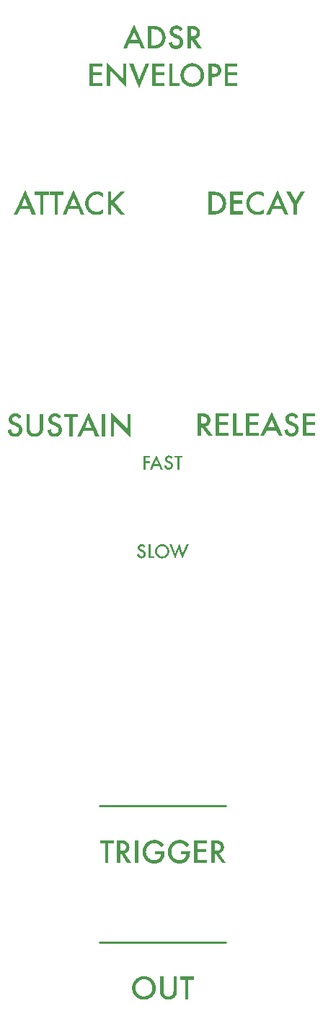
<source format=gto>
%TF.GenerationSoftware,KiCad,Pcbnew,8.0.3*%
%TF.CreationDate,2024-07-07T15:48:55+01:00*%
%TF.ProjectId,555-adsr-panel,3535352d-6164-4737-922d-70616e656c2e,rev?*%
%TF.SameCoordinates,Original*%
%TF.FileFunction,Legend,Top*%
%TF.FilePolarity,Positive*%
%FSLAX46Y46*%
G04 Gerber Fmt 4.6, Leading zero omitted, Abs format (unit mm)*
G04 Created by KiCad (PCBNEW 8.0.3) date 2024-07-07 15:48:55*
%MOMM*%
%LPD*%
G01*
G04 APERTURE LIST*
%ADD10C,0.264583*%
%ADD11C,0.000000*%
G04 APERTURE END LIST*
D10*
X82591658Y-150899214D02*
X97408323Y-150899214D01*
D11*
G36*
X104730947Y-65600470D02*
G01*
X104291700Y-65600470D01*
X104012655Y-64954520D01*
X102874052Y-64954520D01*
X102577780Y-65600470D01*
X102145414Y-65600470D01*
X102621783Y-64577277D01*
X103041136Y-64577277D01*
X103849012Y-64577277D01*
X103454550Y-63672942D01*
X103041136Y-64577277D01*
X102621783Y-64577277D01*
X103461439Y-62773780D01*
X104730947Y-65600470D01*
G37*
G36*
X90739388Y-93848270D02*
G01*
X90772465Y-93851419D01*
X90804597Y-93856667D01*
X90835784Y-93864014D01*
X90866027Y-93873461D01*
X90895325Y-93885008D01*
X90923679Y-93898653D01*
X90951088Y-93914398D01*
X90977552Y-93932242D01*
X91003072Y-93952186D01*
X91027646Y-93974229D01*
X91051277Y-93998371D01*
X91073962Y-94024613D01*
X91095703Y-94052954D01*
X91116499Y-94083395D01*
X91136351Y-94115935D01*
X91136358Y-94115935D01*
X90941023Y-94231696D01*
X90934195Y-94220068D01*
X90927408Y-94208957D01*
X90920662Y-94198363D01*
X90913956Y-94188286D01*
X90907290Y-94178725D01*
X90900665Y-94169681D01*
X90894081Y-94161155D01*
X90887537Y-94153145D01*
X90881033Y-94145651D01*
X90874570Y-94138675D01*
X90868147Y-94132216D01*
X90861765Y-94126273D01*
X90855422Y-94120848D01*
X90849120Y-94115939D01*
X90842859Y-94111547D01*
X90836637Y-94107672D01*
X90830060Y-94103666D01*
X90823249Y-94099919D01*
X90816204Y-94096430D01*
X90808924Y-94093200D01*
X90801411Y-94090228D01*
X90793663Y-94087515D01*
X90785681Y-94085060D01*
X90777466Y-94082865D01*
X90769016Y-94080927D01*
X90760332Y-94079248D01*
X90751414Y-94077827D01*
X90742262Y-94076665D01*
X90732876Y-94075761D01*
X90723256Y-94075115D01*
X90713402Y-94074728D01*
X90703314Y-94074599D01*
X90690916Y-94074821D01*
X90678784Y-94075487D01*
X90666918Y-94076598D01*
X90655319Y-94078152D01*
X90643986Y-94080151D01*
X90632919Y-94082593D01*
X90622119Y-94085480D01*
X90611586Y-94088811D01*
X90601318Y-94092585D01*
X90591317Y-94096804D01*
X90581583Y-94101467D01*
X90572115Y-94106573D01*
X90562914Y-94112124D01*
X90553979Y-94118118D01*
X90545311Y-94124556D01*
X90536909Y-94131438D01*
X90528900Y-94138528D01*
X90521408Y-94145844D01*
X90514433Y-94153386D01*
X90507974Y-94161154D01*
X90502032Y-94169148D01*
X90496607Y-94177368D01*
X90491698Y-94185815D01*
X90487306Y-94194487D01*
X90483430Y-94203386D01*
X90480071Y-94212510D01*
X90477229Y-94221861D01*
X90474904Y-94231437D01*
X90473095Y-94241240D01*
X90471803Y-94251268D01*
X90471028Y-94261522D01*
X90470770Y-94272002D01*
X90470939Y-94279257D01*
X90471448Y-94286423D01*
X90472296Y-94293500D01*
X90473483Y-94300488D01*
X90475009Y-94307388D01*
X90476874Y-94314198D01*
X90479078Y-94320920D01*
X90481622Y-94327553D01*
X90484504Y-94334097D01*
X90487726Y-94340553D01*
X90491287Y-94346919D01*
X90495186Y-94353197D01*
X90499425Y-94359386D01*
X90504004Y-94365486D01*
X90508921Y-94371498D01*
X90514177Y-94377420D01*
X90519773Y-94383254D01*
X90525707Y-94388999D01*
X90531981Y-94394655D01*
X90538594Y-94400222D01*
X90552837Y-94411091D01*
X90568437Y-94421604D01*
X90585393Y-94431762D01*
X90603705Y-94441565D01*
X90623374Y-94451012D01*
X90644400Y-94460105D01*
X90803564Y-94525214D01*
X90827445Y-94535170D01*
X90850510Y-94545401D01*
X90872759Y-94555906D01*
X90894193Y-94566685D01*
X90914811Y-94577739D01*
X90934613Y-94589067D01*
X90953600Y-94600669D01*
X90971771Y-94612547D01*
X90989127Y-94624698D01*
X91005667Y-94637125D01*
X91021391Y-94649826D01*
X91036300Y-94662802D01*
X91050394Y-94676052D01*
X91063672Y-94689577D01*
X91076135Y-94703377D01*
X91087782Y-94717452D01*
X91098670Y-94731736D01*
X91108856Y-94746423D01*
X91118340Y-94761515D01*
X91127121Y-94777010D01*
X91135199Y-94792908D01*
X91142576Y-94809211D01*
X91149250Y-94825917D01*
X91155221Y-94843027D01*
X91160490Y-94860540D01*
X91165056Y-94878458D01*
X91168920Y-94896778D01*
X91172081Y-94915503D01*
X91174540Y-94934631D01*
X91176297Y-94954163D01*
X91177351Y-94974098D01*
X91177702Y-94994437D01*
X91177128Y-95021656D01*
X91175408Y-95048277D01*
X91172542Y-95074300D01*
X91168528Y-95099727D01*
X91163368Y-95124556D01*
X91157061Y-95148787D01*
X91149608Y-95172421D01*
X91141008Y-95195457D01*
X91131262Y-95217896D01*
X91120369Y-95239737D01*
X91108329Y-95260981D01*
X91095143Y-95281628D01*
X91080811Y-95301676D01*
X91065332Y-95321127D01*
X91048707Y-95339981D01*
X91030935Y-95358237D01*
X91012183Y-95375759D01*
X90992874Y-95392151D01*
X90973007Y-95407412D01*
X90952583Y-95421543D01*
X90931602Y-95434543D01*
X90910064Y-95446413D01*
X90887969Y-95457152D01*
X90865316Y-95466761D01*
X90842107Y-95475240D01*
X90818340Y-95482588D01*
X90794016Y-95488805D01*
X90769134Y-95493892D01*
X90743696Y-95497849D01*
X90717700Y-95500675D01*
X90691148Y-95502371D01*
X90664038Y-95502936D01*
X90638352Y-95502456D01*
X90613232Y-95501015D01*
X90588678Y-95498613D01*
X90564688Y-95495250D01*
X90541264Y-95490926D01*
X90518406Y-95485641D01*
X90496112Y-95479396D01*
X90474384Y-95472190D01*
X90453221Y-95464022D01*
X90432624Y-95454894D01*
X90412591Y-95444805D01*
X90393124Y-95433754D01*
X90374222Y-95421743D01*
X90355884Y-95408771D01*
X90338113Y-95394837D01*
X90320906Y-95379943D01*
X90304632Y-95364177D01*
X90289141Y-95347629D01*
X90274434Y-95330297D01*
X90260509Y-95312182D01*
X90247368Y-95293284D01*
X90235011Y-95273603D01*
X90223436Y-95253138D01*
X90212644Y-95231890D01*
X90202636Y-95209859D01*
X90193411Y-95187045D01*
X90184969Y-95163448D01*
X90177311Y-95139067D01*
X90170435Y-95113904D01*
X90164343Y-95087957D01*
X90159034Y-95061226D01*
X90154508Y-95033713D01*
X90398420Y-94979972D01*
X90402940Y-95013754D01*
X90408236Y-95044824D01*
X90411175Y-95059341D01*
X90414308Y-95073181D01*
X90417635Y-95086342D01*
X90421156Y-95098824D01*
X90424871Y-95110629D01*
X90428779Y-95121755D01*
X90432881Y-95132203D01*
X90437177Y-95141973D01*
X90441667Y-95151064D01*
X90446350Y-95159478D01*
X90451227Y-95167213D01*
X90456297Y-95174269D01*
X90465865Y-95186785D01*
X90475965Y-95198493D01*
X90486599Y-95209393D01*
X90497766Y-95219486D01*
X90509466Y-95228772D01*
X90521698Y-95237251D01*
X90534464Y-95244921D01*
X90547763Y-95251785D01*
X90561594Y-95257841D01*
X90575959Y-95263090D01*
X90590857Y-95267531D01*
X90606287Y-95271165D01*
X90622250Y-95273991D01*
X90638747Y-95276010D01*
X90655776Y-95277221D01*
X90673338Y-95277625D01*
X90687270Y-95277330D01*
X90700904Y-95276446D01*
X90714239Y-95274972D01*
X90727275Y-95272909D01*
X90740013Y-95270256D01*
X90752451Y-95267014D01*
X90764591Y-95263182D01*
X90776432Y-95258761D01*
X90787974Y-95253751D01*
X90799217Y-95248151D01*
X90810162Y-95241962D01*
X90820808Y-95235184D01*
X90831155Y-95227816D01*
X90841203Y-95219859D01*
X90850952Y-95211313D01*
X90860403Y-95202178D01*
X90869415Y-95192590D01*
X90877845Y-95182687D01*
X90885694Y-95172470D01*
X90892962Y-95161937D01*
X90899647Y-95151088D01*
X90905752Y-95139925D01*
X90911275Y-95128447D01*
X90916217Y-95116654D01*
X90920577Y-95104546D01*
X90924356Y-95092123D01*
X90927553Y-95079386D01*
X90930169Y-95066334D01*
X90932204Y-95052966D01*
X90933657Y-95039285D01*
X90934529Y-95025288D01*
X90934820Y-95010977D01*
X90934610Y-94999479D01*
X90933980Y-94988238D01*
X90932930Y-94977256D01*
X90931460Y-94966531D01*
X90929570Y-94956066D01*
X90927259Y-94945859D01*
X90924529Y-94935911D01*
X90923005Y-94931034D01*
X90921377Y-94926223D01*
X90919765Y-94921341D01*
X90918031Y-94916517D01*
X90916177Y-94911748D01*
X90914202Y-94907037D01*
X90912106Y-94902382D01*
X90909889Y-94897783D01*
X90907551Y-94893241D01*
X90905092Y-94888756D01*
X90902513Y-94884327D01*
X90899812Y-94879955D01*
X90896991Y-94875639D01*
X90894049Y-94871380D01*
X90890986Y-94867178D01*
X90887802Y-94863032D01*
X90884497Y-94858943D01*
X90881071Y-94854911D01*
X90877646Y-94850797D01*
X90874093Y-94846723D01*
X90870410Y-94842690D01*
X90866598Y-94838697D01*
X90862658Y-94834745D01*
X90858588Y-94830833D01*
X90854389Y-94826961D01*
X90850061Y-94823130D01*
X90845604Y-94819340D01*
X90841018Y-94815589D01*
X90836303Y-94811880D01*
X90831459Y-94808210D01*
X90826485Y-94804581D01*
X90821382Y-94800992D01*
X90816150Y-94797444D01*
X90810789Y-94793936D01*
X90799679Y-94786749D01*
X90788051Y-94779659D01*
X90775907Y-94772665D01*
X90763245Y-94765769D01*
X90750067Y-94758970D01*
X90736373Y-94752268D01*
X90722161Y-94745664D01*
X90707434Y-94739157D01*
X90553442Y-94675078D01*
X90513768Y-94657265D01*
X90476653Y-94638452D01*
X90442098Y-94618637D01*
X90410103Y-94597820D01*
X90380668Y-94576003D01*
X90353792Y-94553185D01*
X90329476Y-94529365D01*
X90307719Y-94504544D01*
X90297801Y-94491758D01*
X90288522Y-94478722D01*
X90279884Y-94465435D01*
X90271885Y-94451899D01*
X90264526Y-94438112D01*
X90257807Y-94424074D01*
X90251728Y-94409787D01*
X90246289Y-94395249D01*
X90241490Y-94380460D01*
X90237331Y-94365422D01*
X90233811Y-94350133D01*
X90230932Y-94334594D01*
X90228692Y-94318804D01*
X90227093Y-94302765D01*
X90225813Y-94269934D01*
X90226350Y-94247685D01*
X90227961Y-94225897D01*
X90230646Y-94204568D01*
X90234404Y-94183700D01*
X90239237Y-94163292D01*
X90245144Y-94143344D01*
X90252124Y-94123857D01*
X90260178Y-94104830D01*
X90269307Y-94086262D01*
X90279509Y-94068155D01*
X90290785Y-94050508D01*
X90303134Y-94033322D01*
X90316558Y-94016595D01*
X90331055Y-94000329D01*
X90346627Y-93984522D01*
X90363272Y-93969176D01*
X90380716Y-93954409D01*
X90398685Y-93940594D01*
X90417180Y-93927732D01*
X90436199Y-93915822D01*
X90455743Y-93904866D01*
X90475812Y-93894861D01*
X90496406Y-93885810D01*
X90517525Y-93877711D01*
X90539168Y-93870565D01*
X90561337Y-93864372D01*
X90584030Y-93859131D01*
X90607247Y-93854843D01*
X90630990Y-93851508D01*
X90655257Y-93849126D01*
X90680049Y-93847697D01*
X90705366Y-93847220D01*
X90739388Y-93848270D01*
G37*
G36*
X89037985Y-138878594D02*
G01*
X89076474Y-138880088D01*
X89114639Y-138882577D01*
X89152481Y-138886062D01*
X89190000Y-138890542D01*
X89227195Y-138896019D01*
X89264068Y-138902491D01*
X89300618Y-138909959D01*
X89336845Y-138918422D01*
X89372749Y-138927882D01*
X89408329Y-138938337D01*
X89443587Y-138949789D01*
X89478522Y-138962236D01*
X89513134Y-138975679D01*
X89547422Y-138990118D01*
X89581388Y-139005553D01*
X89613653Y-139022105D01*
X89645850Y-139039895D01*
X89677979Y-139058924D01*
X89710042Y-139079190D01*
X89742036Y-139100695D01*
X89773964Y-139123438D01*
X89805824Y-139147419D01*
X89837617Y-139172639D01*
X89869342Y-139199096D01*
X89901000Y-139226792D01*
X89932591Y-139255727D01*
X89964115Y-139285900D01*
X89995571Y-139317311D01*
X90026960Y-139349960D01*
X90058282Y-139383848D01*
X90089537Y-139418975D01*
X89803602Y-139692855D01*
X89762133Y-139640080D01*
X89719546Y-139590711D01*
X89675843Y-139544747D01*
X89631023Y-139502187D01*
X89585087Y-139463033D01*
X89538033Y-139427283D01*
X89489863Y-139394938D01*
X89440576Y-139365998D01*
X89390171Y-139340463D01*
X89338650Y-139318332D01*
X89286012Y-139299607D01*
X89232256Y-139284286D01*
X89177384Y-139272369D01*
X89121394Y-139263858D01*
X89064287Y-139258751D01*
X89006063Y-139257048D01*
X88953841Y-139258185D01*
X88902681Y-139261597D01*
X88852585Y-139267282D01*
X88803553Y-139275242D01*
X88755583Y-139285476D01*
X88708677Y-139297984D01*
X88662835Y-139312766D01*
X88618055Y-139329823D01*
X88574339Y-139349154D01*
X88531686Y-139370760D01*
X88490096Y-139394640D01*
X88449569Y-139420794D01*
X88410106Y-139449223D01*
X88371705Y-139479926D01*
X88334368Y-139512903D01*
X88298094Y-139548156D01*
X88263468Y-139584466D01*
X88231076Y-139621907D01*
X88200918Y-139660478D01*
X88172994Y-139700179D01*
X88147304Y-139741010D01*
X88123848Y-139782971D01*
X88102625Y-139826062D01*
X88083637Y-139870284D01*
X88066883Y-139915635D01*
X88052362Y-139962117D01*
X88040076Y-140009729D01*
X88030023Y-140058470D01*
X88022204Y-140108342D01*
X88016619Y-140159344D01*
X88013269Y-140211477D01*
X88012152Y-140264739D01*
X88013396Y-140319679D01*
X88017131Y-140373394D01*
X88023355Y-140425884D01*
X88032069Y-140477150D01*
X88043272Y-140527191D01*
X88056965Y-140576007D01*
X88073147Y-140623598D01*
X88091820Y-140669965D01*
X88112982Y-140715106D01*
X88136633Y-140759024D01*
X88162774Y-140801716D01*
X88191405Y-140843184D01*
X88222525Y-140883427D01*
X88256135Y-140922446D01*
X88292235Y-140960240D01*
X88330824Y-140996810D01*
X88368269Y-141029141D01*
X88406105Y-141059386D01*
X88444330Y-141087546D01*
X88482946Y-141113619D01*
X88521952Y-141137607D01*
X88561348Y-141159510D01*
X88601134Y-141179326D01*
X88641311Y-141197057D01*
X88681877Y-141212701D01*
X88722834Y-141226260D01*
X88764182Y-141237733D01*
X88805919Y-141247120D01*
X88848047Y-141254421D01*
X88890566Y-141259636D01*
X88933475Y-141262765D01*
X88976774Y-141263808D01*
X89013573Y-141263027D01*
X89049901Y-141260686D01*
X89085758Y-141256783D01*
X89121144Y-141251320D01*
X89156059Y-141244295D01*
X89190504Y-141235709D01*
X89224477Y-141225562D01*
X89257979Y-141213855D01*
X89291011Y-141200586D01*
X89323571Y-141185756D01*
X89355661Y-141169365D01*
X89387280Y-141151413D01*
X89418428Y-141131900D01*
X89449105Y-141110826D01*
X89479311Y-141088190D01*
X89509046Y-141063994D01*
X89537730Y-141038491D01*
X89564785Y-141012368D01*
X89590211Y-140985627D01*
X89614010Y-140958268D01*
X89636181Y-140930289D01*
X89656723Y-140901692D01*
X89675637Y-140872476D01*
X89692923Y-140842641D01*
X89708581Y-140812187D01*
X89722611Y-140781114D01*
X89735012Y-140749422D01*
X89745786Y-140717112D01*
X89754931Y-140684182D01*
X89762448Y-140650633D01*
X89768336Y-140616466D01*
X89772596Y-140581679D01*
X89109419Y-140581679D01*
X89109434Y-140204467D01*
X90208410Y-140204467D01*
X90208410Y-140292311D01*
X90207307Y-140366165D01*
X90203996Y-140437866D01*
X90198478Y-140507414D01*
X90190753Y-140574809D01*
X90180821Y-140640051D01*
X90168682Y-140703140D01*
X90154337Y-140764076D01*
X90137785Y-140822860D01*
X90128802Y-140849451D01*
X90119078Y-140875827D01*
X90108615Y-140901988D01*
X90097412Y-140927933D01*
X90085468Y-140953664D01*
X90072784Y-140979179D01*
X90059360Y-141004478D01*
X90045196Y-141029563D01*
X90030292Y-141054432D01*
X90014648Y-141079086D01*
X89998264Y-141103524D01*
X89981140Y-141127747D01*
X89963275Y-141151755D01*
X89944670Y-141175548D01*
X89925326Y-141199125D01*
X89905241Y-141222487D01*
X89858159Y-141272967D01*
X89809504Y-141320189D01*
X89759273Y-141364155D01*
X89707469Y-141404863D01*
X89654089Y-141442315D01*
X89599136Y-141476510D01*
X89542608Y-141507449D01*
X89484506Y-141535130D01*
X89424829Y-141559555D01*
X89363578Y-141580723D01*
X89300752Y-141598635D01*
X89236353Y-141613289D01*
X89170379Y-141624687D01*
X89102830Y-141632829D01*
X89033708Y-141637714D01*
X88963011Y-141639342D01*
X88893873Y-141637768D01*
X88825987Y-141633044D01*
X88759353Y-141625172D01*
X88693970Y-141614151D01*
X88629839Y-141599980D01*
X88566959Y-141582661D01*
X88505331Y-141562192D01*
X88444954Y-141538575D01*
X88385829Y-141511808D01*
X88327955Y-141481893D01*
X88271333Y-141448828D01*
X88215962Y-141412614D01*
X88161843Y-141373251D01*
X88108975Y-141330738D01*
X88057359Y-141285077D01*
X88006994Y-141236266D01*
X87958811Y-141185033D01*
X87913736Y-141132535D01*
X87871770Y-141078772D01*
X87832912Y-141023744D01*
X87797163Y-140967451D01*
X87764523Y-140909893D01*
X87734991Y-140851070D01*
X87708568Y-140790982D01*
X87685253Y-140729629D01*
X87665047Y-140667012D01*
X87647949Y-140603130D01*
X87633960Y-140537984D01*
X87623080Y-140471573D01*
X87615308Y-140403898D01*
X87610645Y-140334958D01*
X87609091Y-140264754D01*
X87610672Y-140193094D01*
X87615415Y-140122806D01*
X87623321Y-140053891D01*
X87634390Y-139986348D01*
X87648620Y-139920178D01*
X87666013Y-139855380D01*
X87686569Y-139791955D01*
X87710287Y-139729903D01*
X87737168Y-139669223D01*
X87767211Y-139609916D01*
X87800416Y-139551981D01*
X87836785Y-139495419D01*
X87876315Y-139440230D01*
X87919009Y-139386413D01*
X87964865Y-139333969D01*
X88013883Y-139282897D01*
X88065170Y-139233878D01*
X88117828Y-139188022D01*
X88171860Y-139145328D01*
X88227263Y-139105797D01*
X88284039Y-139069428D01*
X88342188Y-139036221D01*
X88401709Y-139006178D01*
X88462603Y-138979296D01*
X88524870Y-138955578D01*
X88588509Y-138935021D01*
X88653522Y-138917628D01*
X88719906Y-138903396D01*
X88787664Y-138892328D01*
X88856794Y-138884421D01*
X88927298Y-138879678D01*
X88999174Y-138878096D01*
X89037985Y-138878594D01*
G37*
G36*
X93531862Y-47876041D02*
G01*
X93601019Y-47880805D01*
X93668912Y-47888745D01*
X93735539Y-47899861D01*
X93800902Y-47914152D01*
X93865000Y-47931620D01*
X93927832Y-47952263D01*
X93989400Y-47976083D01*
X94049702Y-48003078D01*
X94108740Y-48033249D01*
X94166513Y-48066596D01*
X94223020Y-48103119D01*
X94278263Y-48142818D01*
X94332240Y-48185693D01*
X94384952Y-48231744D01*
X94436399Y-48280970D01*
X94485835Y-48332425D01*
X94532082Y-48385158D01*
X94575139Y-48439169D01*
X94615006Y-48494459D01*
X94651684Y-48551027D01*
X94685173Y-48608874D01*
X94715472Y-48667999D01*
X94742581Y-48728403D01*
X94766502Y-48790085D01*
X94787232Y-48853045D01*
X94804774Y-48917284D01*
X94819126Y-48982801D01*
X94830289Y-49049597D01*
X94838262Y-49117671D01*
X94843046Y-49187024D01*
X94844641Y-49257655D01*
X94843039Y-49328676D01*
X94838235Y-49398338D01*
X94830228Y-49466641D01*
X94819019Y-49533585D01*
X94804606Y-49599169D01*
X94786991Y-49663395D01*
X94766173Y-49726261D01*
X94742152Y-49787768D01*
X94714928Y-49847916D01*
X94684502Y-49906705D01*
X94650873Y-49964134D01*
X94614040Y-50020205D01*
X94574005Y-50074916D01*
X94530767Y-50128268D01*
X94484327Y-50180261D01*
X94434683Y-50230895D01*
X94382555Y-50279496D01*
X94329096Y-50324961D01*
X94274304Y-50367291D01*
X94218179Y-50406486D01*
X94160723Y-50442545D01*
X94101934Y-50475468D01*
X94041812Y-50505256D01*
X93980359Y-50531908D01*
X93917573Y-50555425D01*
X93853455Y-50575806D01*
X93788005Y-50593052D01*
X93721223Y-50607162D01*
X93653108Y-50618137D01*
X93583661Y-50625976D01*
X93512882Y-50630679D01*
X93440771Y-50632247D01*
X93376801Y-50630854D01*
X93313653Y-50626675D01*
X93251325Y-50619711D01*
X93189818Y-50609961D01*
X93129132Y-50597425D01*
X93069266Y-50582104D01*
X93010222Y-50563997D01*
X92951999Y-50543104D01*
X92894596Y-50519426D01*
X92838014Y-50492961D01*
X92782253Y-50463712D01*
X92727313Y-50431676D01*
X92673194Y-50396856D01*
X92619895Y-50359249D01*
X92567417Y-50318857D01*
X92515760Y-50275679D01*
X92461111Y-50225416D01*
X92409987Y-50173241D01*
X92362389Y-50119155D01*
X92318317Y-50063159D01*
X92277770Y-50005252D01*
X92240750Y-49945433D01*
X92207254Y-49883704D01*
X92177285Y-49820064D01*
X92150842Y-49754513D01*
X92127924Y-49687052D01*
X92108532Y-49617679D01*
X92092665Y-49546395D01*
X92080325Y-49473201D01*
X92071510Y-49398095D01*
X92066222Y-49321079D01*
X92064574Y-49247313D01*
X92064574Y-49247309D01*
X92469252Y-49247309D01*
X92469252Y-49247313D01*
X92470409Y-49301822D01*
X92473881Y-49355106D01*
X92479668Y-49407166D01*
X92487769Y-49458001D01*
X92498186Y-49507612D01*
X92510917Y-49555997D01*
X92525962Y-49603159D01*
X92543322Y-49649095D01*
X92562997Y-49693807D01*
X92584987Y-49737295D01*
X92609291Y-49779558D01*
X92635910Y-49820596D01*
X92664844Y-49860409D01*
X92696092Y-49898998D01*
X92729654Y-49936363D01*
X92765531Y-49972502D01*
X92802708Y-50006920D01*
X92840598Y-50039116D01*
X92879200Y-50069093D01*
X92918516Y-50096848D01*
X92958545Y-50122384D01*
X92999287Y-50145698D01*
X93040742Y-50166793D01*
X93082910Y-50185666D01*
X93125792Y-50202320D01*
X93169386Y-50216752D01*
X93213694Y-50228965D01*
X93258715Y-50238957D01*
X93304448Y-50246728D01*
X93350895Y-50252279D01*
X93398055Y-50255610D01*
X93445928Y-50256720D01*
X93497740Y-50255590D01*
X93548528Y-50252199D01*
X93598294Y-50246547D01*
X93647037Y-50238634D01*
X93694757Y-50228460D01*
X93741455Y-50216025D01*
X93787130Y-50201330D01*
X93831782Y-50184373D01*
X93875412Y-50165156D01*
X93918019Y-50143678D01*
X93959603Y-50119939D01*
X94000164Y-50093939D01*
X94039703Y-50065678D01*
X94078218Y-50035156D01*
X94115711Y-50002373D01*
X94152182Y-49967330D01*
X94187015Y-49930229D01*
X94219602Y-49892131D01*
X94249941Y-49853038D01*
X94278033Y-49812949D01*
X94303878Y-49771864D01*
X94327476Y-49729783D01*
X94348826Y-49686706D01*
X94367929Y-49642633D01*
X94384785Y-49597564D01*
X94399393Y-49551500D01*
X94411754Y-49504439D01*
X94421868Y-49456383D01*
X94429734Y-49407331D01*
X94435353Y-49357282D01*
X94438724Y-49306239D01*
X94439848Y-49254199D01*
X94438738Y-49201554D01*
X94435407Y-49149986D01*
X94429856Y-49099494D01*
X94422084Y-49050079D01*
X94412092Y-49001740D01*
X94399879Y-48954478D01*
X94385446Y-48908292D01*
X94368792Y-48863183D01*
X94349918Y-48819151D01*
X94328824Y-48776194D01*
X94305509Y-48734315D01*
X94279974Y-48693511D01*
X94252219Y-48653785D01*
X94222243Y-48615135D01*
X94190047Y-48577561D01*
X94155630Y-48541064D01*
X94119792Y-48506022D01*
X94082904Y-48473240D01*
X94044967Y-48442719D01*
X94005980Y-48414460D01*
X93965944Y-48388460D01*
X93924858Y-48364722D01*
X93882722Y-48343244D01*
X93839538Y-48324027D01*
X93795303Y-48307071D01*
X93750019Y-48292376D01*
X93703686Y-48279941D01*
X93656302Y-48269768D01*
X93607870Y-48261855D01*
X93558387Y-48256203D01*
X93507856Y-48252811D01*
X93456274Y-48251681D01*
X93404888Y-48252811D01*
X93354511Y-48256203D01*
X93305143Y-48261855D01*
X93256784Y-48269768D01*
X93209434Y-48279941D01*
X93163093Y-48292376D01*
X93117761Y-48307071D01*
X93073439Y-48324027D01*
X93030125Y-48343244D01*
X92987821Y-48364722D01*
X92946526Y-48388460D01*
X92906241Y-48414460D01*
X92866965Y-48442719D01*
X92828698Y-48473240D01*
X92791441Y-48506022D01*
X92755194Y-48541064D01*
X92720568Y-48577332D01*
X92688176Y-48614650D01*
X92658018Y-48653017D01*
X92630094Y-48692434D01*
X92604404Y-48732901D01*
X92580948Y-48774417D01*
X92559725Y-48816983D01*
X92540737Y-48860598D01*
X92523983Y-48905263D01*
X92509462Y-48950978D01*
X92497176Y-48997742D01*
X92487123Y-49045556D01*
X92479304Y-49094420D01*
X92473719Y-49144334D01*
X92470369Y-49195297D01*
X92469252Y-49247309D01*
X92064574Y-49247309D01*
X92064459Y-49242152D01*
X92066067Y-49172577D01*
X92070891Y-49104241D01*
X92078932Y-49037142D01*
X92090189Y-48971282D01*
X92104663Y-48906659D01*
X92122353Y-48843275D01*
X92143259Y-48781129D01*
X92167381Y-48720221D01*
X92194720Y-48660551D01*
X92225275Y-48602120D01*
X92259046Y-48544926D01*
X92296034Y-48488970D01*
X92336238Y-48434253D01*
X92379659Y-48380774D01*
X92426295Y-48328533D01*
X92476149Y-48277529D01*
X92528041Y-48228719D01*
X92581225Y-48183058D01*
X92635701Y-48140546D01*
X92691469Y-48101183D01*
X92748529Y-48064969D01*
X92806880Y-48031904D01*
X92866523Y-48001989D01*
X92927458Y-47975222D01*
X92989684Y-47951604D01*
X93053203Y-47931136D01*
X93118013Y-47913816D01*
X93184114Y-47899645D01*
X93251508Y-47888624D01*
X93320193Y-47880751D01*
X93390170Y-47876028D01*
X93461439Y-47874453D01*
X93531862Y-47876041D01*
G37*
G36*
X95152120Y-139307021D02*
G01*
X94085867Y-139307021D01*
X94085867Y-139946089D01*
X95121115Y-139946089D01*
X95121115Y-140323317D01*
X94085867Y-140323317D01*
X94085867Y-141212157D01*
X95152120Y-141212157D01*
X95152120Y-141589400D01*
X93684507Y-141589400D01*
X93684507Y-138929793D01*
X95152120Y-138929793D01*
X95152120Y-139307021D01*
G37*
G36*
X98722090Y-48301635D02*
G01*
X97655836Y-48301635D01*
X97655836Y-48940699D01*
X98691084Y-48940699D01*
X98691084Y-49317931D01*
X97655836Y-49317931D01*
X97655836Y-50206767D01*
X98722090Y-50206767D01*
X98722090Y-50584006D01*
X97254476Y-50584006D01*
X97254476Y-47924395D01*
X98722090Y-47924395D01*
X98722090Y-48301635D01*
G37*
G36*
X91657813Y-43464769D02*
G01*
X91712940Y-43470017D01*
X91766493Y-43478765D01*
X91818472Y-43491011D01*
X91868877Y-43506757D01*
X91917707Y-43526001D01*
X91964962Y-43548744D01*
X92010643Y-43574987D01*
X92054749Y-43604728D01*
X92097281Y-43637968D01*
X92138239Y-43674707D01*
X92177622Y-43714945D01*
X92215431Y-43758681D01*
X92251665Y-43805916D01*
X92286325Y-43856651D01*
X92319410Y-43910884D01*
X92319395Y-43910887D01*
X91993833Y-44103808D01*
X91982455Y-44084430D01*
X91971143Y-44065913D01*
X91959899Y-44048257D01*
X91948722Y-44031462D01*
X91937613Y-44015529D01*
X91926571Y-44000457D01*
X91915596Y-43986246D01*
X91904689Y-43972896D01*
X91893849Y-43960407D01*
X91883076Y-43948780D01*
X91872371Y-43938014D01*
X91861733Y-43928109D01*
X91851162Y-43919065D01*
X91840658Y-43910883D01*
X91830222Y-43903561D01*
X91819853Y-43897101D01*
X91808892Y-43890427D01*
X91797540Y-43884183D01*
X91785798Y-43878370D01*
X91773666Y-43872988D01*
X91761144Y-43868036D01*
X91748231Y-43863514D01*
X91734928Y-43859423D01*
X91721235Y-43855763D01*
X91707152Y-43852533D01*
X91692679Y-43849734D01*
X91677815Y-43847366D01*
X91662562Y-43845428D01*
X91646918Y-43843921D01*
X91630884Y-43842844D01*
X91614460Y-43842198D01*
X91597647Y-43841983D01*
X91576983Y-43842353D01*
X91556764Y-43843463D01*
X91536988Y-43845313D01*
X91517657Y-43847904D01*
X91498769Y-43851234D01*
X91480326Y-43855305D01*
X91462326Y-43860116D01*
X91444771Y-43865667D01*
X91427659Y-43871958D01*
X91410992Y-43878989D01*
X91394768Y-43886761D01*
X91378989Y-43895272D01*
X91363653Y-43904524D01*
X91348762Y-43914516D01*
X91334314Y-43925248D01*
X91320310Y-43936721D01*
X91306961Y-43948536D01*
X91294473Y-43960729D01*
X91282846Y-43973298D01*
X91272081Y-43986244D01*
X91262177Y-43999566D01*
X91253134Y-44013266D01*
X91244952Y-44027342D01*
X91237632Y-44041795D01*
X91231173Y-44056626D01*
X91225575Y-44071832D01*
X91220838Y-44087416D01*
X91216963Y-44103377D01*
X91213949Y-44119715D01*
X91211796Y-44136429D01*
X91210504Y-44153520D01*
X91210073Y-44170989D01*
X91210356Y-44183080D01*
X91211204Y-44195024D01*
X91212617Y-44206819D01*
X91214595Y-44218466D01*
X91217138Y-44229965D01*
X91220247Y-44241317D01*
X91223921Y-44252520D01*
X91228159Y-44263575D01*
X91232964Y-44274482D01*
X91238333Y-44285241D01*
X91244267Y-44295852D01*
X91250767Y-44306316D01*
X91257832Y-44316631D01*
X91265462Y-44326798D01*
X91273658Y-44336817D01*
X91282418Y-44346688D01*
X91291744Y-44356410D01*
X91301635Y-44365985D01*
X91312091Y-44375412D01*
X91323112Y-44384691D01*
X91346851Y-44402805D01*
X91372850Y-44420326D01*
X91401110Y-44437256D01*
X91431631Y-44453593D01*
X91464413Y-44469339D01*
X91499456Y-44484492D01*
X91764738Y-44593013D01*
X91804536Y-44609606D01*
X91842976Y-44626656D01*
X91880057Y-44644164D01*
X91915778Y-44662130D01*
X91950141Y-44680553D01*
X91983145Y-44699434D01*
X92014790Y-44718772D01*
X92045076Y-44738568D01*
X92074003Y-44758821D01*
X92101571Y-44779532D01*
X92127780Y-44800700D01*
X92152630Y-44822326D01*
X92176121Y-44844409D01*
X92198253Y-44866950D01*
X92219026Y-44889949D01*
X92238439Y-44913405D01*
X92256587Y-44937211D01*
X92273563Y-44961689D01*
X92289369Y-44986841D01*
X92304004Y-45012665D01*
X92317468Y-45039163D01*
X92329762Y-45066333D01*
X92340885Y-45094177D01*
X92350837Y-45122693D01*
X92359618Y-45151883D01*
X92367228Y-45181745D01*
X92373668Y-45212280D01*
X92378937Y-45243488D01*
X92383035Y-45275369D01*
X92385962Y-45307923D01*
X92387718Y-45341149D01*
X92388304Y-45375048D01*
X92387348Y-45420413D01*
X92384482Y-45464781D01*
X92379704Y-45508154D01*
X92373016Y-45550531D01*
X92364417Y-45591913D01*
X92353906Y-45632298D01*
X92341485Y-45671688D01*
X92327153Y-45710082D01*
X92310910Y-45747480D01*
X92292756Y-45783882D01*
X92272692Y-45819289D01*
X92250716Y-45853699D01*
X92226830Y-45887114D01*
X92201032Y-45919533D01*
X92173324Y-45950956D01*
X92143705Y-45981383D01*
X92112451Y-46010585D01*
X92080267Y-46037904D01*
X92047156Y-46063338D01*
X92013115Y-46086888D01*
X91978146Y-46108555D01*
X91942249Y-46128337D01*
X91905423Y-46146235D01*
X91867668Y-46162249D01*
X91828985Y-46176379D01*
X91789373Y-46188625D01*
X91748833Y-46198987D01*
X91707364Y-46207465D01*
X91664966Y-46214059D01*
X91621640Y-46218769D01*
X91577385Y-46221595D01*
X91532202Y-46222537D01*
X91489393Y-46221736D01*
X91447526Y-46219334D01*
X91406602Y-46215331D01*
X91366620Y-46209726D01*
X91327580Y-46202520D01*
X91289482Y-46193712D01*
X91252326Y-46183303D01*
X91216113Y-46171293D01*
X91180842Y-46157681D01*
X91146512Y-46142467D01*
X91113125Y-46125653D01*
X91080680Y-46107237D01*
X91049176Y-46087219D01*
X91018615Y-46065600D01*
X90988995Y-46042380D01*
X90960318Y-46017558D01*
X90933194Y-45991282D01*
X90907376Y-45963701D01*
X90882863Y-45934814D01*
X90859655Y-45904622D01*
X90837753Y-45873125D01*
X90817157Y-45840323D01*
X90797865Y-45806215D01*
X90779879Y-45770802D01*
X90763199Y-45734084D01*
X90747824Y-45696060D01*
X90733755Y-45656731D01*
X90720990Y-45616097D01*
X90709532Y-45574157D01*
X90699379Y-45530911D01*
X90690531Y-45486361D01*
X90682989Y-45440505D01*
X91089514Y-45350932D01*
X91097047Y-45407238D01*
X91105874Y-45459021D01*
X91110772Y-45483218D01*
X91115994Y-45506283D01*
X91121539Y-45528219D01*
X91127407Y-45549024D01*
X91133598Y-45568698D01*
X91140112Y-45587243D01*
X91146950Y-45604656D01*
X91154110Y-45620940D01*
X91161593Y-45636093D01*
X91169399Y-45650115D01*
X91177528Y-45663007D01*
X91185980Y-45674769D01*
X91201926Y-45695628D01*
X91218761Y-45715142D01*
X91236484Y-45733309D01*
X91255095Y-45750131D01*
X91274594Y-45765608D01*
X91294982Y-45779738D01*
X91316258Y-45792523D01*
X91338422Y-45803961D01*
X91361474Y-45814055D01*
X91385415Y-45822802D01*
X91410243Y-45830204D01*
X91435961Y-45836260D01*
X91462566Y-45840970D01*
X91490060Y-45844334D01*
X91518442Y-45846353D01*
X91547712Y-45847026D01*
X91570932Y-45846534D01*
X91593655Y-45845061D01*
X91615879Y-45842605D01*
X91637605Y-45839166D01*
X91658834Y-45834746D01*
X91679565Y-45829342D01*
X91699798Y-45822957D01*
X91719533Y-45815589D01*
X91738770Y-45807238D01*
X91757509Y-45797905D01*
X91775750Y-45787590D01*
X91793494Y-45776293D01*
X91810739Y-45764012D01*
X91827487Y-45750750D01*
X91843736Y-45736505D01*
X91859487Y-45721278D01*
X91874507Y-45705296D01*
X91888557Y-45688790D01*
X91901638Y-45671759D01*
X91913750Y-45654204D01*
X91924893Y-45636124D01*
X91935066Y-45617519D01*
X91944271Y-45598389D01*
X91952507Y-45578734D01*
X91959774Y-45558555D01*
X91966071Y-45537850D01*
X91971400Y-45516621D01*
X91975760Y-45494867D01*
X91979151Y-45472588D01*
X91981573Y-45449785D01*
X91983026Y-45426456D01*
X91983511Y-45402602D01*
X91983161Y-45383441D01*
X91982112Y-45364709D01*
X91980363Y-45346408D01*
X91977916Y-45328537D01*
X91974769Y-45311096D01*
X91970923Y-45294085D01*
X91966378Y-45277505D01*
X91963843Y-45269376D01*
X91961134Y-45261355D01*
X91958449Y-45253220D01*
X91955563Y-45245180D01*
X91952475Y-45237233D01*
X91949185Y-45229381D01*
X91945693Y-45221623D01*
X91941999Y-45213959D01*
X91938103Y-45206389D01*
X91934005Y-45198914D01*
X91929705Y-45191532D01*
X91925203Y-45184245D01*
X91920499Y-45177052D01*
X91915593Y-45169954D01*
X91910485Y-45162949D01*
X91905175Y-45156039D01*
X91899663Y-45149223D01*
X91893949Y-45142501D01*
X91888244Y-45135644D01*
X91882323Y-45128855D01*
X91876186Y-45122133D01*
X91869834Y-45115479D01*
X91863267Y-45108892D01*
X91856484Y-45102372D01*
X91849485Y-45095919D01*
X91842272Y-45089534D01*
X91834843Y-45083216D01*
X91827198Y-45076965D01*
X91819339Y-45070782D01*
X91811264Y-45064666D01*
X91802975Y-45058617D01*
X91794470Y-45052635D01*
X91785750Y-45046720D01*
X91776815Y-45040873D01*
X91758300Y-45028895D01*
X91738923Y-45017079D01*
X91718684Y-45005424D01*
X91697583Y-44993932D01*
X91675621Y-44982601D01*
X91652797Y-44971432D01*
X91629113Y-44960425D01*
X91604566Y-44949580D01*
X91347898Y-44842776D01*
X91281775Y-44813090D01*
X91219917Y-44781735D01*
X91162325Y-44748711D01*
X91109000Y-44714018D01*
X91059941Y-44677656D01*
X91015147Y-44639626D01*
X90974620Y-44599927D01*
X90938359Y-44558560D01*
X90921828Y-44537250D01*
X90906364Y-44515523D01*
X90891966Y-44493379D01*
X90878635Y-44470818D01*
X90866370Y-44447840D01*
X90855172Y-44424444D01*
X90845040Y-44400631D01*
X90835975Y-44376402D01*
X90827976Y-44351755D01*
X90821044Y-44326690D01*
X90815179Y-44301209D01*
X90810379Y-44275310D01*
X90806647Y-44248994D01*
X90803980Y-44222262D01*
X90801847Y-44167544D01*
X90802742Y-44130463D01*
X90805427Y-44094148D01*
X90809902Y-44058600D01*
X90816167Y-44023820D01*
X90824221Y-43989806D01*
X90834066Y-43956560D01*
X90845700Y-43924080D01*
X90859124Y-43892368D01*
X90874338Y-43861423D01*
X90891342Y-43831244D01*
X90910135Y-43801833D01*
X90930719Y-43773189D01*
X90953092Y-43745311D01*
X90977255Y-43718201D01*
X91003208Y-43691858D01*
X91030950Y-43666281D01*
X91060024Y-43641667D01*
X91089972Y-43618641D01*
X91120796Y-43597204D01*
X91152494Y-43577354D01*
X91185067Y-43559092D01*
X91218515Y-43542418D01*
X91252838Y-43527332D01*
X91288035Y-43513834D01*
X91324108Y-43501924D01*
X91361055Y-43491603D01*
X91398877Y-43482869D01*
X91437574Y-43475723D01*
X91477146Y-43470165D01*
X91517593Y-43466195D01*
X91558914Y-43463813D01*
X91601110Y-43463019D01*
X91657813Y-43464769D01*
G37*
G36*
X87231001Y-49767527D02*
G01*
X87976858Y-47924407D01*
X88416113Y-47924407D01*
X87222387Y-50783831D01*
X86056227Y-47924407D01*
X86495474Y-47924407D01*
X87231001Y-49767527D01*
G37*
G36*
X76591886Y-63325049D02*
G01*
X75982107Y-63325049D01*
X75982107Y-65607413D01*
X75580755Y-65607413D01*
X75580755Y-63325049D01*
X74969252Y-63325049D01*
X74969252Y-62947806D01*
X76591886Y-62947806D01*
X76591886Y-63325049D01*
G37*
G36*
X87850059Y-154835388D02*
G01*
X87919216Y-154840152D01*
X87987107Y-154848092D01*
X88053734Y-154859209D01*
X88119096Y-154873501D01*
X88183193Y-154890969D01*
X88246025Y-154911613D01*
X88307592Y-154935433D01*
X88367895Y-154962429D01*
X88426932Y-154992601D01*
X88484704Y-155025949D01*
X88541212Y-155062472D01*
X88596454Y-155102172D01*
X88650431Y-155145047D01*
X88703144Y-155191098D01*
X88754591Y-155240325D01*
X88804027Y-155291779D01*
X88850273Y-155344511D01*
X88893330Y-155398522D01*
X88933198Y-155453811D01*
X88969876Y-155510379D01*
X89003364Y-155568226D01*
X89033663Y-155627351D01*
X89060773Y-155687754D01*
X89084693Y-155749436D01*
X89105424Y-155812397D01*
X89122965Y-155876636D01*
X89137317Y-155942154D01*
X89148480Y-156008950D01*
X89156454Y-156077024D01*
X89161238Y-156146378D01*
X89162832Y-156217009D01*
X89161231Y-156288030D01*
X89156427Y-156357691D01*
X89148420Y-156425994D01*
X89137210Y-156492938D01*
X89122798Y-156558522D01*
X89105183Y-156622747D01*
X89084364Y-156685614D01*
X89060344Y-156747121D01*
X89033120Y-156807269D01*
X89002693Y-156866057D01*
X88969064Y-156923487D01*
X88932232Y-156979557D01*
X88892197Y-157034268D01*
X88848959Y-157087620D01*
X88802518Y-157139612D01*
X88752874Y-157190245D01*
X88700747Y-157238848D01*
X88647287Y-157284315D01*
X88592495Y-157326646D01*
X88536371Y-157365841D01*
X88478914Y-157401900D01*
X88420125Y-157434824D01*
X88360004Y-157464611D01*
X88298551Y-157491263D01*
X88235765Y-157514779D01*
X88171647Y-157535160D01*
X88106197Y-157552405D01*
X88039414Y-157566514D01*
X87971300Y-157577488D01*
X87901853Y-157585327D01*
X87831074Y-157590030D01*
X87758963Y-157591597D01*
X87694993Y-157590205D01*
X87631844Y-157586026D01*
X87569516Y-157579062D01*
X87508009Y-157569313D01*
X87447323Y-157556777D01*
X87387458Y-157541456D01*
X87328414Y-157523350D01*
X87270191Y-157502457D01*
X87212789Y-157478779D01*
X87156208Y-157452315D01*
X87100447Y-157423066D01*
X87045508Y-157391030D01*
X86991389Y-157356209D01*
X86938092Y-157318602D01*
X86885615Y-157278209D01*
X86833959Y-157235030D01*
X86779309Y-157184765D01*
X86728184Y-157132589D01*
X86680585Y-157078504D01*
X86636512Y-157022507D01*
X86595964Y-156964600D01*
X86558943Y-156904782D01*
X86525447Y-156843053D01*
X86495478Y-156779414D01*
X86469034Y-156713864D01*
X86446116Y-156646403D01*
X86426723Y-156577031D01*
X86410857Y-156505748D01*
X86398517Y-156432554D01*
X86389702Y-156357449D01*
X86384413Y-156280433D01*
X86382765Y-156206649D01*
X86787451Y-156206649D01*
X86788608Y-156261160D01*
X86792080Y-156314446D01*
X86797866Y-156366508D01*
X86805967Y-156417345D01*
X86816383Y-156466958D01*
X86829113Y-156515346D01*
X86844158Y-156562509D01*
X86861518Y-156608447D01*
X86881192Y-156653160D01*
X86903181Y-156696649D01*
X86927485Y-156738912D01*
X86954103Y-156779950D01*
X86983036Y-156819764D01*
X87014283Y-156858352D01*
X87047846Y-156895715D01*
X87083723Y-156931853D01*
X87120899Y-156966268D01*
X87158789Y-156998464D01*
X87197392Y-157028440D01*
X87236708Y-157056195D01*
X87276737Y-157081731D01*
X87317479Y-157105046D01*
X87358934Y-157126141D01*
X87401103Y-157145016D01*
X87443985Y-157161671D01*
X87487580Y-157176105D01*
X87531888Y-157188319D01*
X87576909Y-157198312D01*
X87622644Y-157206085D01*
X87669092Y-157211637D01*
X87716253Y-157214968D01*
X87764128Y-157216078D01*
X87815939Y-157214948D01*
X87866727Y-157211557D01*
X87916492Y-157205904D01*
X87965235Y-157197991D01*
X88012955Y-157187817D01*
X88059652Y-157175382D01*
X88105326Y-157160686D01*
X88149978Y-157143729D01*
X88193606Y-157124511D01*
X88236213Y-157103032D01*
X88277796Y-157079293D01*
X88318357Y-157053292D01*
X88357895Y-157025030D01*
X88396410Y-156994508D01*
X88433903Y-156961725D01*
X88470373Y-156926680D01*
X88505207Y-156889578D01*
X88537793Y-156851480D01*
X88568133Y-156812387D01*
X88596225Y-156772297D01*
X88622070Y-156731211D01*
X88645667Y-156689130D01*
X88667018Y-156646052D01*
X88686121Y-156601979D01*
X88702977Y-156556910D01*
X88717585Y-156510845D01*
X88729946Y-156463784D01*
X88740060Y-156415728D01*
X88747926Y-156366676D01*
X88753544Y-156316628D01*
X88756916Y-156265585D01*
X88758039Y-156213546D01*
X88756929Y-156160900D01*
X88753599Y-156109331D01*
X88748048Y-156058839D01*
X88740276Y-156009423D01*
X88730285Y-155961084D01*
X88718073Y-155913821D01*
X88703640Y-155867635D01*
X88686987Y-155822526D01*
X88668113Y-155778493D01*
X88647019Y-155735537D01*
X88623704Y-155693657D01*
X88598169Y-155652854D01*
X88570413Y-155613128D01*
X88540437Y-155574479D01*
X88508239Y-155536907D01*
X88473822Y-155500411D01*
X88437983Y-155465367D01*
X88401095Y-155432584D01*
X88363158Y-155402062D01*
X88324171Y-155373801D01*
X88284135Y-155347802D01*
X88243049Y-155324064D01*
X88200914Y-155302586D01*
X88157729Y-155283370D01*
X88113495Y-155266414D01*
X88068211Y-155251720D01*
X88021877Y-155239286D01*
X87974494Y-155229113D01*
X87926061Y-155221201D01*
X87876579Y-155215549D01*
X87826047Y-155212158D01*
X87774465Y-155211028D01*
X87723080Y-155212158D01*
X87672703Y-155215549D01*
X87623335Y-155221201D01*
X87574976Y-155229113D01*
X87527627Y-155239286D01*
X87481286Y-155251720D01*
X87435955Y-155266414D01*
X87391633Y-155283370D01*
X87348320Y-155302586D01*
X87306016Y-155324064D01*
X87264721Y-155347802D01*
X87224436Y-155373801D01*
X87185159Y-155402062D01*
X87146892Y-155432584D01*
X87109634Y-155465367D01*
X87073385Y-155500411D01*
X87038759Y-155536681D01*
X87006368Y-155574000D01*
X86976210Y-155612368D01*
X86948287Y-155651785D01*
X86922597Y-155692252D01*
X86899142Y-155733768D01*
X86877920Y-155776333D01*
X86858932Y-155819947D01*
X86842179Y-155864611D01*
X86827659Y-155910324D01*
X86815373Y-155957087D01*
X86805321Y-156004900D01*
X86797503Y-156053762D01*
X86791918Y-156103675D01*
X86788568Y-156154637D01*
X86787451Y-156206649D01*
X86382765Y-156206649D01*
X86382650Y-156201506D01*
X86384259Y-156131930D01*
X86389083Y-156063593D01*
X86397124Y-155996494D01*
X86408382Y-155930633D01*
X86422856Y-155866010D01*
X86440546Y-155802626D01*
X86461453Y-155740480D01*
X86485576Y-155679572D01*
X86512915Y-155619902D01*
X86543470Y-155561470D01*
X86577241Y-155504276D01*
X86614229Y-155448321D01*
X86654433Y-155393603D01*
X86697852Y-155340123D01*
X86744488Y-155287881D01*
X86794340Y-155236876D01*
X86846233Y-155188068D01*
X86899417Y-155142408D01*
X86953893Y-155099897D01*
X87009661Y-155060535D01*
X87066720Y-155024321D01*
X87125072Y-154991256D01*
X87184715Y-154961340D01*
X87245650Y-154934573D01*
X87307877Y-154910955D01*
X87371396Y-154890485D01*
X87436207Y-154873165D01*
X87502309Y-154858994D01*
X87569704Y-154847972D01*
X87638390Y-154840099D01*
X87708368Y-154835375D01*
X87779638Y-154833800D01*
X87850059Y-154835388D01*
G37*
G36*
X80788008Y-65607413D02*
G01*
X80348761Y-65607413D01*
X80069708Y-64961463D01*
X78931105Y-64961463D01*
X78634832Y-65607413D01*
X78202474Y-65607413D01*
X78678844Y-64584220D01*
X79098196Y-64584220D01*
X79906073Y-64584220D01*
X79511610Y-63679885D01*
X79098196Y-64584220D01*
X78678844Y-64584220D01*
X79518499Y-62780722D01*
X80788008Y-65607413D01*
G37*
G36*
X84219137Y-139307021D02*
G01*
X83609358Y-139307021D01*
X83609358Y-141589400D01*
X83207998Y-141589400D01*
X83207998Y-139307021D01*
X82596495Y-139307021D01*
X82596495Y-138929793D01*
X84219137Y-138929793D01*
X84219137Y-139307021D01*
G37*
G36*
X94627524Y-88905474D02*
G01*
X94689980Y-88907795D01*
X94750148Y-88911664D01*
X94808029Y-88917081D01*
X94863621Y-88924045D01*
X94916926Y-88932557D01*
X94967942Y-88942616D01*
X95016671Y-88954223D01*
X95063112Y-88967378D01*
X95107265Y-88982080D01*
X95149131Y-88998329D01*
X95188708Y-89016126D01*
X95225998Y-89035471D01*
X95261000Y-89056363D01*
X95293714Y-89078803D01*
X95324140Y-89102790D01*
X95355429Y-89130903D01*
X95384699Y-89160120D01*
X95411951Y-89190440D01*
X95437184Y-89221863D01*
X95460398Y-89254390D01*
X95481594Y-89288020D01*
X95500771Y-89322754D01*
X95517929Y-89358591D01*
X95533069Y-89395532D01*
X95546190Y-89433576D01*
X95557292Y-89472724D01*
X95566376Y-89512976D01*
X95573441Y-89554331D01*
X95578488Y-89596790D01*
X95581516Y-89640353D01*
X95582525Y-89685019D01*
X95581893Y-89720021D01*
X95579995Y-89754403D01*
X95576833Y-89788167D01*
X95572406Y-89821311D01*
X95566713Y-89853837D01*
X95559756Y-89885744D01*
X95551534Y-89917032D01*
X95542046Y-89947701D01*
X95531294Y-89977751D01*
X95519277Y-90007183D01*
X95505994Y-90035995D01*
X95491447Y-90064189D01*
X95475635Y-90091764D01*
X95458557Y-90118720D01*
X95440214Y-90145057D01*
X95420607Y-90170775D01*
X95399963Y-90195611D01*
X95378512Y-90219302D01*
X95356253Y-90241850D01*
X95333187Y-90263253D01*
X95309314Y-90283513D01*
X95284634Y-90302629D01*
X95259146Y-90320601D01*
X95232851Y-90337430D01*
X95205748Y-90353114D01*
X95177838Y-90367655D01*
X95149120Y-90381051D01*
X95119594Y-90393304D01*
X95089261Y-90404413D01*
X95058120Y-90414378D01*
X95026171Y-90423199D01*
X94993414Y-90430876D01*
X95816793Y-91564307D01*
X95325865Y-91564307D01*
X94566221Y-90475661D01*
X94493872Y-90475661D01*
X94493872Y-91564307D01*
X94092527Y-91564307D01*
X94092527Y-90125983D01*
X94493872Y-90125983D01*
X94621344Y-90125983D01*
X94690386Y-90124281D01*
X94754974Y-90119174D01*
X94815108Y-90110662D01*
X94870787Y-90098746D01*
X94922013Y-90083425D01*
X94945955Y-90074488D01*
X94968784Y-90064699D01*
X94990499Y-90054060D01*
X95011100Y-90042569D01*
X95030588Y-90030227D01*
X95048962Y-90017034D01*
X95066223Y-90002990D01*
X95082370Y-89988095D01*
X95097404Y-89972348D01*
X95111324Y-89955750D01*
X95124130Y-89938301D01*
X95135823Y-89920001D01*
X95146402Y-89900850D01*
X95155868Y-89880847D01*
X95164220Y-89859994D01*
X95171459Y-89838289D01*
X95177583Y-89815733D01*
X95182595Y-89792325D01*
X95186492Y-89768067D01*
X95189276Y-89742957D01*
X95190947Y-89716996D01*
X95191503Y-89690184D01*
X95190962Y-89665068D01*
X95189337Y-89640748D01*
X95186628Y-89617227D01*
X95182837Y-89594502D01*
X95177962Y-89572575D01*
X95172003Y-89551445D01*
X95164962Y-89531113D01*
X95156837Y-89511578D01*
X95147628Y-89492840D01*
X95137337Y-89474900D01*
X95125962Y-89457757D01*
X95113503Y-89441411D01*
X95099962Y-89425863D01*
X95085337Y-89411112D01*
X95069629Y-89397159D01*
X95052837Y-89384002D01*
X95034962Y-89371644D01*
X95016004Y-89360082D01*
X94995963Y-89349318D01*
X94974838Y-89339351D01*
X94952630Y-89330182D01*
X94929339Y-89321810D01*
X94904965Y-89314235D01*
X94879507Y-89307458D01*
X94852966Y-89301478D01*
X94825341Y-89296295D01*
X94796634Y-89291910D01*
X94766843Y-89288322D01*
X94735969Y-89285531D01*
X94704011Y-89283538D01*
X94670970Y-89282342D01*
X94636846Y-89281943D01*
X94493872Y-89281943D01*
X94493872Y-90125983D01*
X94092527Y-90125983D01*
X94092527Y-89281943D01*
X94092527Y-88904700D01*
X94562780Y-88904700D01*
X94627524Y-88905474D01*
G37*
G36*
X98612478Y-91187072D02*
G01*
X99394514Y-91187072D01*
X99394514Y-91564307D01*
X98211126Y-91564307D01*
X98211126Y-88904700D01*
X98612478Y-88904700D01*
X98612478Y-91187072D01*
G37*
G36*
X92325430Y-105327742D02*
G01*
X92766752Y-104261145D01*
X93028234Y-104261145D01*
X92315100Y-105958197D01*
X91904791Y-104827521D01*
X91476904Y-105959235D01*
X90798910Y-104261145D01*
X91060392Y-104261145D01*
X91475874Y-105327742D01*
X91909956Y-104183631D01*
X92325430Y-105327742D01*
G37*
G36*
X87102674Y-141589400D02*
G01*
X86701315Y-141589400D01*
X86701315Y-138929793D01*
X87102674Y-138929793D01*
X87102674Y-141589400D01*
G37*
G36*
X88526182Y-105630576D02*
G01*
X88995405Y-105630576D01*
X88995405Y-105856917D01*
X88285368Y-105856917D01*
X88285368Y-104261153D01*
X88526182Y-104261153D01*
X88526182Y-105630576D01*
G37*
G36*
X93617338Y-155260970D02*
G01*
X93007551Y-155260970D01*
X93007551Y-157543349D01*
X92606207Y-157543349D01*
X92606207Y-155260970D01*
X91994703Y-155260970D01*
X91994703Y-154883742D01*
X93617338Y-154883742D01*
X93617338Y-155260970D01*
G37*
G36*
X105225195Y-88854753D02*
G01*
X105280323Y-88860001D01*
X105333877Y-88868748D01*
X105385856Y-88880994D01*
X105436261Y-88896739D01*
X105485092Y-88915983D01*
X105532348Y-88938726D01*
X105578030Y-88964967D01*
X105622137Y-88994708D01*
X105664670Y-89027948D01*
X105705628Y-89064686D01*
X105745011Y-89104924D01*
X105782821Y-89148660D01*
X105819055Y-89195896D01*
X105853715Y-89246630D01*
X105886801Y-89300864D01*
X105886800Y-89300865D01*
X105886799Y-89300865D01*
X105886799Y-89300866D01*
X105886798Y-89300866D01*
X105886796Y-89300868D01*
X105886795Y-89300868D01*
X105886793Y-89300869D01*
X105886792Y-89300870D01*
X105886790Y-89300871D01*
X105886788Y-89300872D01*
X105886780Y-89300875D01*
X105886778Y-89300876D01*
X105886776Y-89300877D01*
X105886773Y-89300878D01*
X105886770Y-89300879D01*
X105561209Y-89493804D01*
X105549831Y-89474426D01*
X105538521Y-89455909D01*
X105527278Y-89438254D01*
X105516102Y-89421460D01*
X105504993Y-89405527D01*
X105493952Y-89390455D01*
X105482978Y-89376244D01*
X105472071Y-89362895D01*
X105461231Y-89350406D01*
X105450458Y-89338779D01*
X105439753Y-89328013D01*
X105429115Y-89318108D01*
X105418544Y-89309065D01*
X105408041Y-89300882D01*
X105397605Y-89293561D01*
X105387236Y-89287101D01*
X105376274Y-89280425D01*
X105364923Y-89274180D01*
X105353181Y-89268367D01*
X105341049Y-89262983D01*
X105328526Y-89258031D01*
X105315613Y-89253509D01*
X105302310Y-89249418D01*
X105288617Y-89245758D01*
X105274533Y-89242528D01*
X105260060Y-89239729D01*
X105245195Y-89237361D01*
X105229941Y-89235423D01*
X105214297Y-89233916D01*
X105198262Y-89232839D01*
X105181837Y-89232193D01*
X105165022Y-89231978D01*
X105144360Y-89232348D01*
X105124141Y-89233458D01*
X105104367Y-89235309D01*
X105085036Y-89237899D01*
X105066150Y-89241230D01*
X105047707Y-89245300D01*
X105029708Y-89250111D01*
X105012154Y-89255662D01*
X104995043Y-89261953D01*
X104978376Y-89268984D01*
X104962153Y-89276755D01*
X104946375Y-89285266D01*
X104931040Y-89294518D01*
X104916149Y-89304509D01*
X104901703Y-89315241D01*
X104887701Y-89326712D01*
X104874351Y-89338528D01*
X104861863Y-89350720D01*
X104850236Y-89363289D01*
X104839470Y-89376235D01*
X104829565Y-89389558D01*
X104820522Y-89403257D01*
X104812339Y-89417333D01*
X104805018Y-89431786D01*
X104798559Y-89446616D01*
X104792960Y-89461822D01*
X104788223Y-89477406D01*
X104784347Y-89493366D01*
X104781332Y-89509702D01*
X104779179Y-89526416D01*
X104777887Y-89543506D01*
X104777456Y-89560973D01*
X104777739Y-89573065D01*
X104778587Y-89585008D01*
X104780000Y-89596804D01*
X104781978Y-89608452D01*
X104784522Y-89619951D01*
X104787630Y-89631303D01*
X104791304Y-89642506D01*
X104795543Y-89653561D01*
X104800348Y-89664469D01*
X104805717Y-89675228D01*
X104811652Y-89685839D01*
X104818152Y-89696302D01*
X104825218Y-89706617D01*
X104832848Y-89716784D01*
X104841044Y-89726803D01*
X104849805Y-89736674D01*
X104859131Y-89746397D01*
X104869022Y-89755972D01*
X104879479Y-89765398D01*
X104890500Y-89774677D01*
X104914240Y-89792790D01*
X104940239Y-89810311D01*
X104968500Y-89827240D01*
X104999022Y-89843576D01*
X105031804Y-89859320D01*
X105066847Y-89874472D01*
X105332113Y-89982993D01*
X105371914Y-89999587D01*
X105410356Y-90016637D01*
X105447439Y-90034146D01*
X105483162Y-90052111D01*
X105517526Y-90070534D01*
X105550531Y-90089415D01*
X105582177Y-90108753D01*
X105612464Y-90128548D01*
X105641391Y-90148801D01*
X105668959Y-90169512D01*
X105695168Y-90190681D01*
X105720017Y-90212307D01*
X105743508Y-90234391D01*
X105765639Y-90256932D01*
X105786410Y-90279932D01*
X105805822Y-90303389D01*
X105823968Y-90327195D01*
X105840943Y-90351673D01*
X105856748Y-90376825D01*
X105871382Y-90402649D01*
X105884846Y-90429147D01*
X105897139Y-90456317D01*
X105908261Y-90484161D01*
X105918213Y-90512677D01*
X105926994Y-90541866D01*
X105934604Y-90571728D01*
X105941043Y-90602263D01*
X105946312Y-90633471D01*
X105950410Y-90665351D01*
X105953337Y-90697904D01*
X105955093Y-90731130D01*
X105955679Y-90765029D01*
X105954723Y-90810393D01*
X105951857Y-90854761D01*
X105947079Y-90898134D01*
X105940391Y-90940511D01*
X105931792Y-90981892D01*
X105921282Y-91022277D01*
X105908860Y-91061667D01*
X105894528Y-91100060D01*
X105878285Y-91137458D01*
X105860131Y-91173860D01*
X105840067Y-91209266D01*
X105818091Y-91243676D01*
X105794205Y-91277091D01*
X105768407Y-91309510D01*
X105740699Y-91340932D01*
X105711080Y-91371360D01*
X105679826Y-91400563D01*
X105647643Y-91427882D01*
X105614531Y-91453316D01*
X105580491Y-91476867D01*
X105545522Y-91498534D01*
X105509624Y-91518316D01*
X105472798Y-91536214D01*
X105435043Y-91552229D01*
X105396360Y-91566359D01*
X105356748Y-91578605D01*
X105316208Y-91588967D01*
X105274739Y-91597445D01*
X105232341Y-91604039D01*
X105189015Y-91608749D01*
X105144760Y-91611575D01*
X105099577Y-91612517D01*
X105056769Y-91611716D01*
X105014904Y-91609314D01*
X104973980Y-91605311D01*
X104933999Y-91599706D01*
X104894960Y-91592499D01*
X104856863Y-91583691D01*
X104819708Y-91573282D01*
X104783495Y-91561271D01*
X104748224Y-91547659D01*
X104713895Y-91532446D01*
X104680508Y-91515631D01*
X104648062Y-91497215D01*
X104616559Y-91477198D01*
X104585998Y-91455579D01*
X104556378Y-91432359D01*
X104527700Y-91407538D01*
X104500577Y-91381261D01*
X104474759Y-91353679D01*
X104450246Y-91324791D01*
X104427038Y-91294599D01*
X104405136Y-91263101D01*
X104384539Y-91230299D01*
X104365248Y-91196191D01*
X104347261Y-91160778D01*
X104330581Y-91124059D01*
X104315205Y-91086036D01*
X104301135Y-91046707D01*
X104288370Y-91006073D01*
X104276911Y-90964133D01*
X104266756Y-90920888D01*
X104257908Y-90876337D01*
X104250364Y-90830481D01*
X104656889Y-90740912D01*
X104664424Y-90797217D01*
X104673252Y-90849000D01*
X104678151Y-90873196D01*
X104683373Y-90896262D01*
X104688917Y-90918198D01*
X104694785Y-90939003D01*
X104700976Y-90958677D01*
X104707490Y-90977222D01*
X104714326Y-90994636D01*
X104721486Y-91010919D01*
X104728969Y-91026073D01*
X104736775Y-91040095D01*
X104744903Y-91052988D01*
X104753355Y-91064749D01*
X104769302Y-91085609D01*
X104786136Y-91105122D01*
X104803860Y-91123290D01*
X104822471Y-91140112D01*
X104841971Y-91155588D01*
X104862359Y-91169718D01*
X104883635Y-91182503D01*
X104905800Y-91193942D01*
X104928852Y-91204035D01*
X104952793Y-91212782D01*
X104977622Y-91220184D01*
X105003339Y-91226240D01*
X105029944Y-91230950D01*
X105057437Y-91234314D01*
X105085818Y-91236333D01*
X105115087Y-91237006D01*
X105138309Y-91236515D01*
X105161032Y-91235041D01*
X105183258Y-91232585D01*
X105204985Y-91229147D01*
X105226214Y-91224726D01*
X105246946Y-91219323D01*
X105267179Y-91212937D01*
X105286915Y-91205569D01*
X105306152Y-91197219D01*
X105324892Y-91187886D01*
X105343133Y-91177571D01*
X105360876Y-91166273D01*
X105378122Y-91153993D01*
X105394869Y-91140730D01*
X105411119Y-91126486D01*
X105426870Y-91111258D01*
X105441888Y-91095279D01*
X105455938Y-91078774D01*
X105469018Y-91061744D01*
X105481129Y-91044189D01*
X105492272Y-91026109D01*
X105502446Y-91007504D01*
X105511651Y-90988374D01*
X105519887Y-90968719D01*
X105527154Y-90948539D01*
X105533452Y-90927835D01*
X105538782Y-90906605D01*
X105543142Y-90884851D01*
X105546533Y-90862572D01*
X105548956Y-90839768D01*
X105550409Y-90816439D01*
X105550894Y-90792586D01*
X105550544Y-90773424D01*
X105549495Y-90754692D01*
X105547746Y-90736391D01*
X105545298Y-90718520D01*
X105542150Y-90701080D01*
X105538302Y-90684070D01*
X105533755Y-90667491D01*
X105531220Y-90659363D01*
X105528509Y-90651343D01*
X105525826Y-90643208D01*
X105522941Y-90635167D01*
X105519854Y-90627220D01*
X105516564Y-90619367D01*
X105513073Y-90611608D01*
X105509380Y-90603944D01*
X105505484Y-90596374D01*
X105501387Y-90588898D01*
X105497087Y-90581517D01*
X105492585Y-90574230D01*
X105487882Y-90567037D01*
X105482976Y-90559938D01*
X105477868Y-90552933D01*
X105472558Y-90546023D01*
X105467046Y-90539207D01*
X105461332Y-90532485D01*
X105455626Y-90525629D01*
X105449704Y-90518840D01*
X105443567Y-90512119D01*
X105437215Y-90505464D01*
X105430648Y-90498877D01*
X105423866Y-90492356D01*
X105416868Y-90485903D01*
X105409655Y-90479518D01*
X105402228Y-90473199D01*
X105394584Y-90466948D01*
X105386726Y-90460764D01*
X105378653Y-90454647D01*
X105370364Y-90448598D01*
X105361860Y-90442616D01*
X105353140Y-90436701D01*
X105344206Y-90430854D01*
X105325688Y-90418876D01*
X105306309Y-90407060D01*
X105286068Y-90395405D01*
X105264967Y-90383913D01*
X105243004Y-90372581D01*
X105220180Y-90361411D01*
X105196495Y-90350402D01*
X105171949Y-90339553D01*
X104915289Y-90232756D01*
X104849165Y-90203070D01*
X104787307Y-90171715D01*
X104729716Y-90138691D01*
X104676390Y-90103998D01*
X104627331Y-90067636D01*
X104582538Y-90029605D01*
X104542011Y-89989906D01*
X104505750Y-89948538D01*
X104489219Y-89927228D01*
X104473755Y-89905501D01*
X104459357Y-89883356D01*
X104446026Y-89860795D01*
X104433761Y-89837816D01*
X104422563Y-89814420D01*
X104412431Y-89790607D01*
X104403366Y-89766377D01*
X104395367Y-89741730D01*
X104388435Y-89716665D01*
X104382569Y-89691183D01*
X104377770Y-89665284D01*
X104374037Y-89638968D01*
X104371371Y-89612235D01*
X104369238Y-89557517D01*
X104370133Y-89520435D01*
X104372818Y-89484121D01*
X104377292Y-89448573D01*
X104383557Y-89413793D01*
X104391611Y-89379780D01*
X104401456Y-89346534D01*
X104413090Y-89314055D01*
X104426514Y-89282343D01*
X104441727Y-89251398D01*
X104458730Y-89221220D01*
X104477523Y-89191809D01*
X104498106Y-89163164D01*
X104520478Y-89135287D01*
X104544640Y-89108177D01*
X104570592Y-89081834D01*
X104598333Y-89056258D01*
X104627408Y-89031645D01*
X104657358Y-89008619D01*
X104688182Y-88987182D01*
X104719881Y-88967333D01*
X104752455Y-88949072D01*
X104785903Y-88932398D01*
X104820226Y-88917313D01*
X104855424Y-88903816D01*
X104891496Y-88891907D01*
X104928443Y-88881585D01*
X104966265Y-88872852D01*
X105004962Y-88865706D01*
X105044533Y-88860149D01*
X105084978Y-88856179D01*
X105126298Y-88853797D01*
X105168493Y-88853003D01*
X105225195Y-88854753D01*
G37*
G36*
X90214445Y-48301646D02*
G01*
X89148191Y-48301646D01*
X89148191Y-48940711D01*
X90183439Y-48940711D01*
X90183439Y-49317942D01*
X89148191Y-49317942D01*
X89148191Y-50206778D01*
X90214445Y-50206778D01*
X90214445Y-50584017D01*
X88746832Y-50584017D01*
X88746832Y-47924407D01*
X90214445Y-47924407D01*
X90214445Y-48301646D01*
G37*
G36*
X96214217Y-138930567D02*
G01*
X96276673Y-138932888D01*
X96336841Y-138936757D01*
X96394722Y-138942173D01*
X96450314Y-138949137D01*
X96503618Y-138957648D01*
X96554635Y-138967707D01*
X96603364Y-138979314D01*
X96649805Y-138992468D01*
X96693958Y-139007170D01*
X96735823Y-139023419D01*
X96775401Y-139041216D01*
X96812691Y-139060561D01*
X96847693Y-139081454D01*
X96880407Y-139103894D01*
X96910833Y-139127883D01*
X96942122Y-139155995D01*
X96971392Y-139185210D01*
X96998644Y-139215530D01*
X97023877Y-139246953D01*
X97047091Y-139279479D01*
X97068286Y-139313109D01*
X97087463Y-139347842D01*
X97104622Y-139383679D01*
X97119762Y-139420619D01*
X97132883Y-139458663D01*
X97143985Y-139497811D01*
X97153069Y-139538061D01*
X97160134Y-139579415D01*
X97165181Y-139621872D01*
X97168209Y-139665433D01*
X97169218Y-139710097D01*
X97168585Y-139745101D01*
X97166688Y-139779486D01*
X97163526Y-139813251D01*
X97159098Y-139846397D01*
X97153406Y-139878923D01*
X97146449Y-139910831D01*
X97138227Y-139942119D01*
X97128739Y-139972789D01*
X97117987Y-140002839D01*
X97105970Y-140032270D01*
X97092687Y-140061082D01*
X97078140Y-140089276D01*
X97062327Y-140116850D01*
X97045250Y-140143806D01*
X97026907Y-140170143D01*
X97007299Y-140195861D01*
X96986655Y-140220695D01*
X96965204Y-140244386D01*
X96942946Y-140266933D01*
X96919880Y-140288337D01*
X96896007Y-140308597D01*
X96871327Y-140327713D01*
X96845839Y-140345686D01*
X96819544Y-140362515D01*
X96792441Y-140378200D01*
X96764531Y-140392741D01*
X96735812Y-140406139D01*
X96706287Y-140418392D01*
X96675953Y-140429501D01*
X96644812Y-140439465D01*
X96612863Y-140448286D01*
X96580107Y-140455962D01*
X97403479Y-141589400D01*
X96912558Y-141589400D01*
X96152914Y-140500746D01*
X96080564Y-140500746D01*
X96080564Y-141589400D01*
X95679220Y-141589400D01*
X95679220Y-140151076D01*
X96080564Y-140151076D01*
X96208036Y-140151076D01*
X96277079Y-140149374D01*
X96341667Y-140144266D01*
X96401801Y-140135754D01*
X96457480Y-140123837D01*
X96508705Y-140108515D01*
X96532648Y-140099577D01*
X96555476Y-140089788D01*
X96577192Y-140079148D01*
X96597793Y-140067657D01*
X96617281Y-140055314D01*
X96635655Y-140042121D01*
X96652916Y-140028076D01*
X96669063Y-140013180D01*
X96684097Y-139997433D01*
X96698017Y-139980835D01*
X96710823Y-139963385D01*
X96722516Y-139945085D01*
X96733095Y-139925933D01*
X96742561Y-139905931D01*
X96750913Y-139885077D01*
X96758151Y-139863372D01*
X96764276Y-139840816D01*
X96769287Y-139817409D01*
X96773185Y-139793151D01*
X96775969Y-139768042D01*
X96777639Y-139742081D01*
X96778196Y-139715270D01*
X96777655Y-139690154D01*
X96776030Y-139665835D01*
X96773321Y-139642314D01*
X96769530Y-139619589D01*
X96764654Y-139597662D01*
X96758696Y-139576533D01*
X96751654Y-139556200D01*
X96743529Y-139536665D01*
X96734321Y-139517927D01*
X96724029Y-139499987D01*
X96712655Y-139482844D01*
X96700196Y-139466498D01*
X96686655Y-139450949D01*
X96672030Y-139436198D01*
X96656322Y-139422244D01*
X96639530Y-139409087D01*
X96621655Y-139396728D01*
X96602697Y-139385166D01*
X96582656Y-139374401D01*
X96561531Y-139364434D01*
X96539323Y-139355264D01*
X96516032Y-139346891D01*
X96491657Y-139339316D01*
X96466200Y-139332538D01*
X96439658Y-139326557D01*
X96412034Y-139321374D01*
X96383326Y-139316989D01*
X96353536Y-139313400D01*
X96322661Y-139310609D01*
X96290704Y-139308616D01*
X96257663Y-139307420D01*
X96223539Y-139307021D01*
X96080564Y-139307021D01*
X96080564Y-140151076D01*
X95679220Y-140151076D01*
X95679220Y-139307021D01*
X95679220Y-138929793D01*
X96149473Y-138929793D01*
X96214217Y-138930567D01*
G37*
G36*
X90068891Y-156485701D02*
G01*
X90069329Y-156527831D01*
X90070641Y-156568520D01*
X90072828Y-156607769D01*
X90075889Y-156645578D01*
X90079826Y-156681947D01*
X90084637Y-156716876D01*
X90090323Y-156750365D01*
X90096884Y-156782414D01*
X90104319Y-156813023D01*
X90112629Y-156842192D01*
X90121814Y-156869921D01*
X90131874Y-156896210D01*
X90142808Y-156921059D01*
X90154618Y-156944469D01*
X90167302Y-156966438D01*
X90180860Y-156986968D01*
X90202278Y-157014712D01*
X90224758Y-157040666D01*
X90248301Y-157064830D01*
X90272908Y-157087204D01*
X90298578Y-157107788D01*
X90325311Y-157126582D01*
X90353107Y-157143586D01*
X90381967Y-157158801D01*
X90411889Y-157172225D01*
X90442875Y-157183860D01*
X90474923Y-157193704D01*
X90508035Y-157201759D01*
X90542210Y-157208024D01*
X90577448Y-157212499D01*
X90613749Y-157215184D01*
X90651113Y-157216078D01*
X90688687Y-157215184D01*
X90725184Y-157212499D01*
X90760604Y-157208024D01*
X90794947Y-157201759D01*
X90828214Y-157193704D01*
X90860404Y-157183860D01*
X90891518Y-157172225D01*
X90921554Y-157158801D01*
X90950515Y-157143586D01*
X90978398Y-157126582D01*
X91005205Y-157107788D01*
X91030936Y-157087204D01*
X91055589Y-157064830D01*
X91079166Y-157040666D01*
X91101667Y-157014712D01*
X91123091Y-156986968D01*
X91136649Y-156967044D01*
X91149333Y-156945600D01*
X91161143Y-156922635D01*
X91172077Y-156898150D01*
X91182137Y-156872144D01*
X91191322Y-156844617D01*
X91199632Y-156815569D01*
X91207067Y-156785001D01*
X91213628Y-156752911D01*
X91219314Y-156719301D01*
X91224125Y-156684170D01*
X91228062Y-156647518D01*
X91231123Y-156609345D01*
X91233310Y-156569652D01*
X91234622Y-156528437D01*
X91235060Y-156485701D01*
X91235060Y-154883742D01*
X91636412Y-154883742D01*
X91636412Y-156595946D01*
X91635389Y-156647904D01*
X91632320Y-156698705D01*
X91627206Y-156748349D01*
X91620047Y-156796836D01*
X91610841Y-156844165D01*
X91599591Y-156890337D01*
X91586294Y-156935351D01*
X91570952Y-156979209D01*
X91553565Y-157021909D01*
X91534132Y-157063452D01*
X91512653Y-157103837D01*
X91489129Y-157143065D01*
X91463560Y-157181136D01*
X91435945Y-157218050D01*
X91406284Y-157253806D01*
X91374578Y-157288405D01*
X91337234Y-157325115D01*
X91298839Y-157359457D01*
X91259395Y-157391431D01*
X91218902Y-157421036D01*
X91177358Y-157448273D01*
X91134765Y-157473142D01*
X91091123Y-157495642D01*
X91046430Y-157515774D01*
X91000689Y-157533538D01*
X90953897Y-157548933D01*
X90906056Y-157561960D01*
X90857165Y-157572618D01*
X90807225Y-157580908D01*
X90756235Y-157586830D01*
X90704195Y-157590383D01*
X90651106Y-157591567D01*
X90598025Y-157590383D01*
X90546006Y-157586830D01*
X90495051Y-157580908D01*
X90445158Y-157572618D01*
X90396328Y-157561960D01*
X90348562Y-157548933D01*
X90301858Y-157533538D01*
X90256217Y-157515774D01*
X90211639Y-157495642D01*
X90168124Y-157473142D01*
X90125672Y-157448273D01*
X90084283Y-157421036D01*
X90043957Y-157391431D01*
X90004694Y-157359457D01*
X89966494Y-157325115D01*
X89929357Y-157288405D01*
X89897652Y-157253806D01*
X89867991Y-157218050D01*
X89840377Y-157181136D01*
X89814808Y-157143065D01*
X89791284Y-157103837D01*
X89769806Y-157063452D01*
X89750374Y-157021909D01*
X89732987Y-156979209D01*
X89717646Y-156935351D01*
X89704350Y-156890337D01*
X89693100Y-156844165D01*
X89683896Y-156796836D01*
X89676736Y-156748349D01*
X89671623Y-156698705D01*
X89668555Y-156647904D01*
X89667532Y-156595946D01*
X89667532Y-154883742D01*
X90068891Y-154883742D01*
X90068891Y-156485701D01*
G37*
G36*
X80018896Y-89325148D02*
G01*
X79409109Y-89325148D01*
X79409109Y-91607512D01*
X79007757Y-91607512D01*
X79007757Y-89325148D01*
X78396253Y-89325148D01*
X78396253Y-88947905D01*
X80018896Y-88947905D01*
X80018896Y-89325148D01*
G37*
G36*
X83246931Y-91607512D02*
G01*
X82845587Y-91607512D01*
X82845587Y-88947905D01*
X83246931Y-88947905D01*
X83246931Y-91607512D01*
G37*
G36*
X101242796Y-89281943D02*
G01*
X100176542Y-89281943D01*
X100176542Y-89921004D01*
X101211790Y-89921004D01*
X101211790Y-90298247D01*
X100176542Y-90298247D01*
X100176542Y-91187079D01*
X101242796Y-91187079D01*
X101242796Y-91564315D01*
X99775190Y-91564315D01*
X99775190Y-88904708D01*
X101242796Y-88904708D01*
X101242796Y-89281943D01*
G37*
G36*
X101232381Y-62889950D02*
G01*
X101276885Y-62892231D01*
X101321200Y-62896033D01*
X101365327Y-62901356D01*
X101409265Y-62908199D01*
X101453015Y-62916563D01*
X101496577Y-62926448D01*
X101539950Y-62937854D01*
X101583135Y-62950780D01*
X101626132Y-62965226D01*
X101668940Y-62981194D01*
X101711560Y-62998682D01*
X101753991Y-63017690D01*
X101796234Y-63038219D01*
X101838289Y-63060268D01*
X101880155Y-63083838D01*
X101880148Y-63083838D01*
X101880148Y-63559264D01*
X101836559Y-63524013D01*
X101792782Y-63491036D01*
X101748816Y-63460334D01*
X101704663Y-63431906D01*
X101660320Y-63405752D01*
X101615790Y-63381872D01*
X101571071Y-63360266D01*
X101526164Y-63340934D01*
X101481068Y-63323877D01*
X101435784Y-63309094D01*
X101390312Y-63296586D01*
X101344651Y-63286351D01*
X101298802Y-63278391D01*
X101252764Y-63272705D01*
X101206538Y-63269294D01*
X101160124Y-63268157D01*
X101109383Y-63269307D01*
X101059652Y-63272759D01*
X101010930Y-63278512D01*
X100963217Y-63286566D01*
X100916513Y-63296921D01*
X100870819Y-63309578D01*
X100826134Y-63324536D01*
X100782458Y-63341795D01*
X100739792Y-63361355D01*
X100698135Y-63383216D01*
X100657487Y-63407379D01*
X100617849Y-63433843D01*
X100579220Y-63462609D01*
X100541600Y-63493675D01*
X100504990Y-63527043D01*
X100469389Y-63562712D01*
X100435179Y-63599828D01*
X100403176Y-63637966D01*
X100373381Y-63677127D01*
X100345792Y-63717310D01*
X100320411Y-63758517D01*
X100297237Y-63800746D01*
X100276271Y-63843998D01*
X100257511Y-63888272D01*
X100240959Y-63933569D01*
X100226613Y-63979889D01*
X100214475Y-64027231D01*
X100204543Y-64075596D01*
X100196819Y-64124983D01*
X100191302Y-64175393D01*
X100187991Y-64226826D01*
X100186888Y-64279280D01*
X100187991Y-64331091D01*
X100191302Y-64381880D01*
X100196819Y-64431646D01*
X100204543Y-64480389D01*
X100214475Y-64528109D01*
X100226613Y-64574807D01*
X100240959Y-64620482D01*
X100257511Y-64665134D01*
X100276271Y-64708764D01*
X100297237Y-64751371D01*
X100320411Y-64792955D01*
X100345792Y-64833516D01*
X100373381Y-64873055D01*
X100403176Y-64911570D01*
X100435179Y-64949063D01*
X100469389Y-64985533D01*
X100505198Y-65020367D01*
X100542003Y-65052953D01*
X100579804Y-65083292D01*
X100618601Y-65111384D01*
X100658394Y-65137228D01*
X100699184Y-65160825D01*
X100740969Y-65182175D01*
X100783750Y-65201277D01*
X100827528Y-65218132D01*
X100872301Y-65232740D01*
X100918071Y-65245100D01*
X100964836Y-65255213D01*
X101012597Y-65263079D01*
X101061354Y-65268697D01*
X101111107Y-65272068D01*
X101161856Y-65273192D01*
X101188090Y-65272923D01*
X101213826Y-65272116D01*
X101239065Y-65270770D01*
X101263805Y-65268886D01*
X101288048Y-65266464D01*
X101311793Y-65263504D01*
X101335040Y-65260005D01*
X101357789Y-65255968D01*
X101380040Y-65251392D01*
X101401793Y-65246279D01*
X101423049Y-65240627D01*
X101443806Y-65234436D01*
X101464066Y-65227708D01*
X101483827Y-65220441D01*
X101503091Y-65212635D01*
X101521856Y-65204291D01*
X101542610Y-65195300D01*
X101563524Y-65185556D01*
X101584599Y-65175058D01*
X101605835Y-65163808D01*
X101627231Y-65151804D01*
X101648789Y-65139047D01*
X101670508Y-65125537D01*
X101692388Y-65111274D01*
X101714916Y-65096254D01*
X101737713Y-65080482D01*
X101760779Y-65063956D01*
X101784114Y-65046676D01*
X101807718Y-65028644D01*
X101831592Y-65009857D01*
X101855735Y-64990317D01*
X101880148Y-64970023D01*
X101880148Y-65454062D01*
X101836949Y-65477632D01*
X101793481Y-65499681D01*
X101749744Y-65520210D01*
X101705738Y-65539218D01*
X101661463Y-65556705D01*
X101616919Y-65572672D01*
X101572106Y-65587118D01*
X101527023Y-65600043D01*
X101481672Y-65611448D01*
X101436051Y-65621332D01*
X101390161Y-65629695D01*
X101344002Y-65636538D01*
X101297574Y-65641860D01*
X101250877Y-65645662D01*
X101203911Y-65647943D01*
X101156675Y-65648703D01*
X101086058Y-65647149D01*
X101016747Y-65642486D01*
X100948740Y-65634714D01*
X100882039Y-65623833D01*
X100816643Y-65609843D01*
X100752552Y-65592745D01*
X100689766Y-65572538D01*
X100628286Y-65549223D01*
X100568111Y-65522799D01*
X100509242Y-65493266D01*
X100451678Y-65460625D01*
X100395419Y-65424875D01*
X100340466Y-65386017D01*
X100286818Y-65344050D01*
X100234476Y-65298976D01*
X100183439Y-65250792D01*
X100134839Y-65199978D01*
X100089374Y-65147872D01*
X100047045Y-65094474D01*
X100007851Y-65039783D01*
X99971793Y-64983801D01*
X99938870Y-64926526D01*
X99909083Y-64867960D01*
X99882431Y-64808101D01*
X99858915Y-64746951D01*
X99838534Y-64684508D01*
X99821289Y-64620774D01*
X99807179Y-64555747D01*
X99796205Y-64489429D01*
X99788366Y-64421818D01*
X99783663Y-64352916D01*
X99782095Y-64282721D01*
X99783407Y-64219634D01*
X99787343Y-64157408D01*
X99793903Y-64096043D01*
X99803088Y-64035539D01*
X99814896Y-63975896D01*
X99829329Y-63917115D01*
X99846386Y-63859194D01*
X99866067Y-63802135D01*
X99888372Y-63745937D01*
X99913301Y-63690601D01*
X99940855Y-63636125D01*
X99971033Y-63582511D01*
X100003835Y-63529759D01*
X100039261Y-63477868D01*
X100077312Y-63426838D01*
X100117987Y-63376670D01*
X100170611Y-63317638D01*
X100225133Y-63262416D01*
X100281553Y-63211002D01*
X100339870Y-63163396D01*
X100400085Y-63119599D01*
X100462198Y-63079610D01*
X100526208Y-63043430D01*
X100592115Y-63011059D01*
X100659920Y-62982495D01*
X100729623Y-62957741D01*
X100801224Y-62936794D01*
X100874721Y-62919657D01*
X100950117Y-62906327D01*
X101027410Y-62896806D01*
X101106601Y-62891094D01*
X101187689Y-62889189D01*
X101232381Y-62889950D01*
G37*
G36*
X85825590Y-90796187D02*
G01*
X85825590Y-88947898D01*
X86226934Y-88947898D01*
X86226934Y-91769423D01*
X84287352Y-89745436D01*
X84287352Y-91607505D01*
X83886000Y-91607512D01*
X83886000Y-88767035D01*
X85825590Y-90796187D01*
G37*
G36*
X97684027Y-89281943D02*
G01*
X96617773Y-89281943D01*
X96617773Y-89921004D01*
X97653021Y-89921004D01*
X97653021Y-90298247D01*
X96617773Y-90298247D01*
X96617773Y-91187079D01*
X97684027Y-91187079D01*
X97684027Y-91564315D01*
X96216421Y-91564315D01*
X96216421Y-88904708D01*
X97684027Y-88904708D01*
X97684027Y-89281943D01*
G37*
G36*
X92304243Y-94104560D02*
G01*
X91938375Y-94104560D01*
X91938375Y-95473990D01*
X91697561Y-95473990D01*
X91697561Y-94104560D01*
X91330664Y-94104560D01*
X91330664Y-93878218D01*
X92304243Y-93878218D01*
X92304243Y-94104560D01*
G37*
G36*
X92009374Y-138878594D02*
G01*
X92047861Y-138880088D01*
X92086025Y-138882577D01*
X92123866Y-138886062D01*
X92161384Y-138890542D01*
X92198580Y-138896019D01*
X92235452Y-138902491D01*
X92272002Y-138909959D01*
X92308229Y-138918422D01*
X92344133Y-138927882D01*
X92379714Y-138938337D01*
X92414973Y-138949789D01*
X92449908Y-138962236D01*
X92484521Y-138975679D01*
X92518811Y-138990118D01*
X92552778Y-139005553D01*
X92585041Y-139022105D01*
X92617237Y-139039895D01*
X92649366Y-139058924D01*
X92681428Y-139079190D01*
X92713423Y-139100695D01*
X92745350Y-139123438D01*
X92777211Y-139147419D01*
X92809004Y-139172639D01*
X92840730Y-139199096D01*
X92872388Y-139226792D01*
X92903980Y-139255727D01*
X92935504Y-139285900D01*
X92966960Y-139317311D01*
X92998350Y-139349960D01*
X93029672Y-139383848D01*
X93060926Y-139418975D01*
X92774984Y-139692855D01*
X92733516Y-139640080D01*
X92690931Y-139590711D01*
X92647228Y-139544747D01*
X92602409Y-139502187D01*
X92556472Y-139463033D01*
X92509419Y-139427283D01*
X92461248Y-139394938D01*
X92411961Y-139365998D01*
X92361556Y-139340463D01*
X92310034Y-139318332D01*
X92257395Y-139299607D01*
X92203639Y-139284286D01*
X92148767Y-139272369D01*
X92092777Y-139263858D01*
X92035670Y-139258751D01*
X91977446Y-139257048D01*
X91925224Y-139258185D01*
X91874066Y-139261597D01*
X91823971Y-139267282D01*
X91774939Y-139275242D01*
X91726971Y-139285476D01*
X91680065Y-139297984D01*
X91634223Y-139312766D01*
X91589444Y-139329823D01*
X91545728Y-139349154D01*
X91503075Y-139370760D01*
X91461486Y-139394640D01*
X91420959Y-139420794D01*
X91381496Y-139449223D01*
X91343095Y-139479926D01*
X91305758Y-139512903D01*
X91269483Y-139548156D01*
X91234858Y-139584466D01*
X91202466Y-139621907D01*
X91172308Y-139660478D01*
X91144384Y-139700179D01*
X91118694Y-139741010D01*
X91095238Y-139782971D01*
X91074015Y-139826062D01*
X91055027Y-139870284D01*
X91038272Y-139915635D01*
X91023752Y-139962117D01*
X91011465Y-140009729D01*
X91001413Y-140058470D01*
X90993594Y-140108342D01*
X90988009Y-140159344D01*
X90984658Y-140211477D01*
X90983541Y-140264739D01*
X90984786Y-140319679D01*
X90988520Y-140373394D01*
X90994744Y-140425884D01*
X91003457Y-140477150D01*
X91014660Y-140527191D01*
X91028352Y-140576007D01*
X91044534Y-140623598D01*
X91063206Y-140669965D01*
X91084367Y-140715106D01*
X91108018Y-140759024D01*
X91134158Y-140801716D01*
X91162788Y-140843184D01*
X91193908Y-140883427D01*
X91227517Y-140922446D01*
X91263617Y-140960240D01*
X91302206Y-140996810D01*
X91339653Y-141029141D01*
X91377490Y-141059386D01*
X91415716Y-141087546D01*
X91454333Y-141113619D01*
X91493339Y-141137607D01*
X91532736Y-141159510D01*
X91572523Y-141179326D01*
X91612699Y-141197057D01*
X91653266Y-141212701D01*
X91694224Y-141226260D01*
X91735571Y-141237733D01*
X91777309Y-141247120D01*
X91819437Y-141254421D01*
X91861955Y-141259636D01*
X91904864Y-141262765D01*
X91948164Y-141263808D01*
X91984963Y-141263027D01*
X92021291Y-141260686D01*
X92057148Y-141256783D01*
X92092534Y-141251320D01*
X92127449Y-141244295D01*
X92161893Y-141235709D01*
X92195866Y-141225562D01*
X92229368Y-141213855D01*
X92262399Y-141200586D01*
X92294959Y-141185756D01*
X92327048Y-141169365D01*
X92358666Y-141151413D01*
X92389813Y-141131900D01*
X92420489Y-141110826D01*
X92450695Y-141088190D01*
X92480429Y-141063994D01*
X92509113Y-141038491D01*
X92536169Y-141012368D01*
X92561596Y-140985627D01*
X92585395Y-140958268D01*
X92607566Y-140930289D01*
X92628109Y-140901692D01*
X92647023Y-140872476D01*
X92664308Y-140842641D01*
X92679966Y-140812187D01*
X92693995Y-140781114D01*
X92706396Y-140749422D01*
X92717169Y-140717112D01*
X92726314Y-140684182D01*
X92733830Y-140650633D01*
X92739718Y-140616466D01*
X92743978Y-140581679D01*
X92080801Y-140581679D01*
X92080816Y-140204467D01*
X93179800Y-140204467D01*
X93179800Y-140292311D01*
X93178696Y-140366165D01*
X93175385Y-140437866D01*
X93169867Y-140507414D01*
X93162142Y-140574809D01*
X93152209Y-140640051D01*
X93140069Y-140703140D01*
X93125722Y-140764076D01*
X93109167Y-140822860D01*
X93100185Y-140849451D01*
X93090463Y-140875827D01*
X93080001Y-140901988D01*
X93068798Y-140927933D01*
X93056855Y-140953664D01*
X93044172Y-140979179D01*
X93030748Y-141004478D01*
X93016584Y-141029563D01*
X93001680Y-141054432D01*
X92986036Y-141079086D01*
X92969651Y-141103524D01*
X92952526Y-141127747D01*
X92934661Y-141151755D01*
X92916055Y-141175548D01*
X92896709Y-141199125D01*
X92876623Y-141222487D01*
X92829543Y-141272967D01*
X92780888Y-141320189D01*
X92730659Y-141364155D01*
X92678855Y-141404863D01*
X92625476Y-141442315D01*
X92570523Y-141476510D01*
X92513996Y-141507449D01*
X92455893Y-141535130D01*
X92396217Y-141559555D01*
X92334965Y-141580723D01*
X92272139Y-141598635D01*
X92207739Y-141613289D01*
X92141764Y-141624687D01*
X92074215Y-141632829D01*
X92005091Y-141637714D01*
X91934393Y-141639342D01*
X91865255Y-141637768D01*
X91797370Y-141633044D01*
X91730735Y-141625172D01*
X91665352Y-141614151D01*
X91601221Y-141599980D01*
X91538341Y-141582661D01*
X91476713Y-141562192D01*
X91416337Y-141538575D01*
X91357212Y-141511808D01*
X91299339Y-141481893D01*
X91242717Y-141448828D01*
X91187347Y-141412614D01*
X91133229Y-141373251D01*
X91080362Y-141330738D01*
X91028747Y-141285077D01*
X90978384Y-141236266D01*
X90930199Y-141185033D01*
X90885124Y-141132535D01*
X90843156Y-141078772D01*
X90804298Y-141023744D01*
X90768548Y-140967451D01*
X90735907Y-140909893D01*
X90706374Y-140851070D01*
X90679951Y-140790982D01*
X90656636Y-140729629D01*
X90636429Y-140667012D01*
X90619331Y-140603130D01*
X90605342Y-140537984D01*
X90594462Y-140471573D01*
X90586690Y-140403898D01*
X90582027Y-140334958D01*
X90580473Y-140264754D01*
X90582054Y-140193094D01*
X90586798Y-140122806D01*
X90594704Y-140053891D01*
X90605773Y-139986348D01*
X90620004Y-139920178D01*
X90637398Y-139855380D01*
X90657954Y-139791955D01*
X90681673Y-139729903D01*
X90708554Y-139669223D01*
X90738598Y-139609916D01*
X90771804Y-139551981D01*
X90808173Y-139495419D01*
X90847704Y-139440230D01*
X90890398Y-139386413D01*
X90936254Y-139333969D01*
X90985273Y-139282897D01*
X91036558Y-139233878D01*
X91089216Y-139188022D01*
X91143247Y-139145328D01*
X91198650Y-139105797D01*
X91255426Y-139069428D01*
X91313575Y-139036221D01*
X91373096Y-139006178D01*
X91433990Y-138979296D01*
X91496257Y-138955578D01*
X91559897Y-138935021D01*
X91624910Y-138917628D01*
X91691295Y-138903396D01*
X91759053Y-138892328D01*
X91828184Y-138884421D01*
X91898687Y-138879678D01*
X91970564Y-138878096D01*
X92009374Y-138878594D01*
G37*
G36*
X82513128Y-91607512D02*
G01*
X82073881Y-91607512D01*
X81794836Y-90961562D01*
X80656233Y-90961562D01*
X80359960Y-91607512D01*
X79927595Y-91607512D01*
X80403964Y-90584319D01*
X80823316Y-90584319D01*
X81631193Y-90584319D01*
X81236730Y-89679984D01*
X80823316Y-90584319D01*
X80403964Y-90584319D01*
X81243620Y-88780822D01*
X82513128Y-91607512D01*
G37*
G36*
X75063993Y-65607413D02*
G01*
X74624742Y-65607413D01*
X74345693Y-64961463D01*
X73207090Y-64961463D01*
X72910814Y-65607413D01*
X72478453Y-65607413D01*
X72954823Y-64584220D01*
X73374182Y-64584220D01*
X74182054Y-64584220D01*
X73787588Y-63679885D01*
X73374182Y-64584220D01*
X72954823Y-64584220D01*
X73794481Y-62780722D01*
X75063993Y-65607413D01*
G37*
G36*
X95885091Y-47925122D02*
G01*
X95960964Y-47927302D01*
X96031723Y-47930936D01*
X96097369Y-47936022D01*
X96157901Y-47942563D01*
X96213320Y-47950556D01*
X96263624Y-47960004D01*
X96308813Y-47970904D01*
X96330184Y-47977041D01*
X96351231Y-47983823D01*
X96371956Y-47991252D01*
X96392358Y-47999327D01*
X96412436Y-48008047D01*
X96432192Y-48017414D01*
X96451625Y-48027427D01*
X96470734Y-48038085D01*
X96489521Y-48049390D01*
X96507985Y-48061340D01*
X96526125Y-48073936D01*
X96543943Y-48087178D01*
X96561437Y-48101066D01*
X96578609Y-48115600D01*
X96595457Y-48130780D01*
X96611982Y-48146605D01*
X96639725Y-48175054D01*
X96665677Y-48204417D01*
X96689840Y-48234696D01*
X96712213Y-48265890D01*
X96732795Y-48297999D01*
X96751588Y-48331023D01*
X96768592Y-48364962D01*
X96783805Y-48399817D01*
X96797228Y-48435586D01*
X96808862Y-48472271D01*
X96818706Y-48509871D01*
X96826760Y-48548386D01*
X96833024Y-48587816D01*
X96837498Y-48628161D01*
X96840183Y-48669421D01*
X96841078Y-48711596D01*
X96840122Y-48756652D01*
X96837256Y-48800523D01*
X96832478Y-48843210D01*
X96825790Y-48884713D01*
X96817191Y-48925032D01*
X96806680Y-48964166D01*
X96794259Y-49002116D01*
X96779927Y-49038882D01*
X96763684Y-49074464D01*
X96745530Y-49108861D01*
X96725466Y-49142074D01*
X96703490Y-49174102D01*
X96679604Y-49204947D01*
X96653806Y-49234607D01*
X96626098Y-49263082D01*
X96596479Y-49290374D01*
X96565239Y-49316239D01*
X96532666Y-49340436D01*
X96498761Y-49362963D01*
X96463523Y-49383822D01*
X96426953Y-49403013D01*
X96389051Y-49420534D01*
X96349816Y-49436387D01*
X96309249Y-49450571D01*
X96267349Y-49463087D01*
X96224117Y-49473933D01*
X96179553Y-49483111D01*
X96133656Y-49490620D01*
X96086426Y-49496461D01*
X96037864Y-49500632D01*
X95987970Y-49503136D01*
X95936743Y-49503970D01*
X95750700Y-49503970D01*
X95750700Y-50584006D01*
X95349356Y-50584006D01*
X95349356Y-49131900D01*
X95750700Y-49131900D01*
X95900564Y-49131900D01*
X95967521Y-49130238D01*
X96030158Y-49125252D01*
X96088475Y-49116942D01*
X96142472Y-49105308D01*
X96167851Y-49098244D01*
X96192150Y-49090350D01*
X96215369Y-49081625D01*
X96237507Y-49072068D01*
X96258566Y-49061681D01*
X96278545Y-49050463D01*
X96297445Y-49038413D01*
X96315264Y-49025533D01*
X96332003Y-49011822D01*
X96347662Y-48997279D01*
X96362241Y-48981906D01*
X96375741Y-48965702D01*
X96388160Y-48948667D01*
X96399500Y-48930801D01*
X96409759Y-48912103D01*
X96418939Y-48892575D01*
X96427038Y-48872216D01*
X96434058Y-48851026D01*
X96439998Y-48829005D01*
X96444857Y-48806153D01*
X96448637Y-48782470D01*
X96451337Y-48757956D01*
X96452957Y-48732611D01*
X96453497Y-48706435D01*
X96452940Y-48681106D01*
X96451270Y-48656582D01*
X96448486Y-48632861D01*
X96444588Y-48609945D01*
X96439577Y-48587833D01*
X96433452Y-48566525D01*
X96426214Y-48546021D01*
X96417861Y-48526321D01*
X96408396Y-48507425D01*
X96397817Y-48489333D01*
X96386124Y-48472045D01*
X96373317Y-48455562D01*
X96359397Y-48439882D01*
X96344364Y-48425006D01*
X96328217Y-48410935D01*
X96310956Y-48397668D01*
X96292582Y-48385204D01*
X96273094Y-48373545D01*
X96252492Y-48362690D01*
X96230777Y-48352639D01*
X96207948Y-48343392D01*
X96184006Y-48334949D01*
X96158950Y-48327310D01*
X96132781Y-48320476D01*
X96105498Y-48314445D01*
X96077101Y-48309219D01*
X96047591Y-48304796D01*
X96016967Y-48301178D01*
X95985230Y-48298364D01*
X95952379Y-48296353D01*
X95918415Y-48295147D01*
X95883337Y-48294745D01*
X95750700Y-48294745D01*
X95750700Y-49131900D01*
X95349356Y-49131900D01*
X95349356Y-48294745D01*
X95349356Y-47924395D01*
X95804106Y-47924395D01*
X95885091Y-47925122D01*
G37*
G36*
X105569822Y-64003669D02*
G01*
X106179602Y-62940863D01*
X106641241Y-62940863D01*
X105769636Y-64451537D01*
X105769636Y-65600470D01*
X105368284Y-65600470D01*
X105368292Y-64451537D01*
X104500128Y-62940863D01*
X104961767Y-62940863D01*
X105569822Y-64003669D01*
G37*
G36*
X85112424Y-138930567D02*
G01*
X85174880Y-138932888D01*
X85235047Y-138936757D01*
X85292927Y-138942173D01*
X85348519Y-138949137D01*
X85401824Y-138957648D01*
X85452841Y-138967707D01*
X85501570Y-138979314D01*
X85548011Y-138992468D01*
X85592165Y-139007170D01*
X85634030Y-139023419D01*
X85673608Y-139041216D01*
X85710899Y-139060561D01*
X85745901Y-139081454D01*
X85778615Y-139103894D01*
X85809042Y-139127883D01*
X85840331Y-139155995D01*
X85869601Y-139185210D01*
X85896852Y-139215530D01*
X85922085Y-139246953D01*
X85945299Y-139279479D01*
X85966495Y-139313109D01*
X85985672Y-139347842D01*
X86002830Y-139383679D01*
X86017970Y-139420619D01*
X86031091Y-139458663D01*
X86042194Y-139497811D01*
X86051278Y-139538061D01*
X86058343Y-139579415D01*
X86063389Y-139621872D01*
X86066417Y-139665433D01*
X86067427Y-139710097D01*
X86066794Y-139745101D01*
X86064897Y-139779486D01*
X86061734Y-139813251D01*
X86057307Y-139846397D01*
X86051615Y-139878923D01*
X86044657Y-139910831D01*
X86036435Y-139942119D01*
X86026948Y-139972789D01*
X86016196Y-140002839D01*
X86004178Y-140032270D01*
X85990896Y-140061082D01*
X85976348Y-140089276D01*
X85960536Y-140116850D01*
X85943458Y-140143806D01*
X85925116Y-140170143D01*
X85905508Y-140195861D01*
X85884864Y-140220695D01*
X85863413Y-140244386D01*
X85841155Y-140266933D01*
X85818089Y-140288337D01*
X85794216Y-140308597D01*
X85769536Y-140327713D01*
X85744048Y-140345686D01*
X85717752Y-140362515D01*
X85690650Y-140378200D01*
X85662739Y-140392741D01*
X85634021Y-140406139D01*
X85604495Y-140418392D01*
X85574162Y-140429501D01*
X85543021Y-140439465D01*
X85511072Y-140448286D01*
X85478315Y-140455962D01*
X86301687Y-141589400D01*
X85810766Y-141589400D01*
X85051123Y-140500746D01*
X84978773Y-140500746D01*
X84978773Y-141589400D01*
X84577421Y-141589400D01*
X84577421Y-140151076D01*
X84978773Y-140151076D01*
X85106245Y-140151076D01*
X85175287Y-140149374D01*
X85239875Y-140144266D01*
X85300009Y-140135754D01*
X85355689Y-140123837D01*
X85406914Y-140108515D01*
X85430856Y-140099577D01*
X85453685Y-140089788D01*
X85475400Y-140079148D01*
X85496002Y-140067657D01*
X85515490Y-140055314D01*
X85533864Y-140042121D01*
X85551125Y-140028076D01*
X85567272Y-140013180D01*
X85582305Y-139997433D01*
X85596225Y-139980835D01*
X85609032Y-139963385D01*
X85620725Y-139945085D01*
X85631304Y-139925933D01*
X85640770Y-139905931D01*
X85649122Y-139885077D01*
X85656360Y-139863372D01*
X85662485Y-139840816D01*
X85667496Y-139817409D01*
X85671394Y-139793151D01*
X85674178Y-139768042D01*
X85675848Y-139742081D01*
X85676405Y-139715270D01*
X85675863Y-139690154D01*
X85674238Y-139665835D01*
X85671530Y-139642314D01*
X85667738Y-139619589D01*
X85662863Y-139597662D01*
X85656905Y-139576533D01*
X85649863Y-139556200D01*
X85641738Y-139536665D01*
X85632530Y-139517927D01*
X85622238Y-139499987D01*
X85610863Y-139482844D01*
X85598405Y-139466498D01*
X85584863Y-139450949D01*
X85570238Y-139436198D01*
X85554530Y-139422244D01*
X85537739Y-139409087D01*
X85519864Y-139396728D01*
X85500906Y-139385166D01*
X85480864Y-139374401D01*
X85459740Y-139364434D01*
X85437532Y-139355264D01*
X85414241Y-139346891D01*
X85389866Y-139339316D01*
X85364408Y-139332538D01*
X85337867Y-139326557D01*
X85310243Y-139321374D01*
X85281535Y-139316989D01*
X85251744Y-139313400D01*
X85220870Y-139310609D01*
X85188913Y-139308616D01*
X85155872Y-139307420D01*
X85121748Y-139307021D01*
X84978773Y-139307021D01*
X84978773Y-140151076D01*
X84577421Y-140151076D01*
X84577421Y-139307021D01*
X84577421Y-138929793D01*
X85047682Y-138929793D01*
X85112424Y-138930567D01*
G37*
G36*
X99387625Y-63318099D02*
G01*
X98321371Y-63318099D01*
X98321371Y-63957167D01*
X99356619Y-63957167D01*
X99356619Y-64334410D01*
X98321371Y-64334410D01*
X98321371Y-65223243D01*
X99387625Y-65223243D01*
X99387625Y-65600478D01*
X97920011Y-65600478D01*
X97920011Y-62940871D01*
X99387625Y-62940871D01*
X99387625Y-63318099D01*
G37*
G36*
X82855741Y-48301646D02*
G01*
X81789488Y-48301646D01*
X81789488Y-48940711D01*
X82824736Y-48940711D01*
X82824736Y-49317942D01*
X81789488Y-49317942D01*
X81789488Y-50206778D01*
X82855741Y-50206778D01*
X82855741Y-50584017D01*
X81388136Y-50584017D01*
X81388136Y-47924407D01*
X82855741Y-47924407D01*
X82855741Y-48301646D01*
G37*
G36*
X78293760Y-63325049D02*
G01*
X77683981Y-63325049D01*
X77683981Y-65607413D01*
X77282629Y-65607413D01*
X77282629Y-63325049D01*
X76671125Y-63325049D01*
X76671125Y-62947806D01*
X78293760Y-62947806D01*
X78293760Y-63325049D01*
G37*
G36*
X89959565Y-104232130D02*
G01*
X90001059Y-104234988D01*
X90041795Y-104239752D01*
X90081771Y-104246422D01*
X90120988Y-104254997D01*
X90159447Y-104265478D01*
X90197146Y-104277864D01*
X90234086Y-104292156D01*
X90270267Y-104308353D01*
X90305689Y-104326456D01*
X90340353Y-104346465D01*
X90374257Y-104368379D01*
X90407403Y-104392198D01*
X90439790Y-104417923D01*
X90471418Y-104445553D01*
X90502287Y-104475089D01*
X90531949Y-104505962D01*
X90559697Y-104537603D01*
X90585531Y-104570010D01*
X90609452Y-104603184D01*
X90631459Y-104637125D01*
X90651553Y-104671834D01*
X90669733Y-104707309D01*
X90685999Y-104743551D01*
X90700351Y-104780560D01*
X90712790Y-104818337D01*
X90723315Y-104856880D01*
X90731927Y-104896190D01*
X90738625Y-104936268D01*
X90743409Y-104977112D01*
X90746279Y-105018724D01*
X90747236Y-105061103D01*
X90746275Y-105103716D01*
X90743392Y-105145514D01*
X90738588Y-105186496D01*
X90731861Y-105226663D01*
X90723213Y-105266014D01*
X90712643Y-105304550D01*
X90700152Y-105342270D01*
X90685738Y-105379174D01*
X90669404Y-105415263D01*
X90651147Y-105450536D01*
X90630969Y-105484994D01*
X90608870Y-105518636D01*
X90584849Y-105551463D01*
X90558906Y-105583474D01*
X90531042Y-105614669D01*
X90501257Y-105645049D01*
X90469980Y-105674210D01*
X90437903Y-105701490D01*
X90405028Y-105726888D01*
X90371353Y-105750405D01*
X90336879Y-105772040D01*
X90301606Y-105791794D01*
X90265534Y-105809666D01*
X90228662Y-105825657D01*
X90190991Y-105839766D01*
X90152521Y-105851994D01*
X90113252Y-105862341D01*
X90073183Y-105870806D01*
X90032314Y-105877390D01*
X89990647Y-105882093D01*
X89948179Y-105884915D01*
X89904913Y-105885855D01*
X89866530Y-105885020D01*
X89828639Y-105882513D01*
X89791242Y-105878334D01*
X89754337Y-105872484D01*
X89717925Y-105864963D01*
X89682005Y-105855771D01*
X89646579Y-105844907D01*
X89611645Y-105832371D01*
X89577203Y-105818165D01*
X89543254Y-105802287D01*
X89509798Y-105784737D01*
X89476834Y-105765516D01*
X89444363Y-105744624D01*
X89412385Y-105722061D01*
X89380899Y-105697826D01*
X89349905Y-105671920D01*
X89317115Y-105641762D01*
X89286441Y-105610458D01*
X89257882Y-105578007D01*
X89231439Y-105544409D01*
X89207111Y-105509665D01*
X89184898Y-105473775D01*
X89164801Y-105436737D01*
X89146819Y-105398554D01*
X89130953Y-105359223D01*
X89117202Y-105318746D01*
X89105567Y-105277122D01*
X89096047Y-105234351D01*
X89088642Y-105190434D01*
X89083354Y-105145370D01*
X89080180Y-105099160D01*
X89079191Y-105054892D01*
X89321997Y-105054892D01*
X89322691Y-105087597D01*
X89324774Y-105119567D01*
X89328246Y-105150803D01*
X89333107Y-105181304D01*
X89339357Y-105211070D01*
X89346996Y-105240102D01*
X89356023Y-105268399D01*
X89366440Y-105295961D01*
X89378245Y-105322789D01*
X89391439Y-105348882D01*
X89406022Y-105374240D01*
X89421994Y-105398864D01*
X89439354Y-105422753D01*
X89458104Y-105445907D01*
X89478242Y-105468327D01*
X89499769Y-105490012D01*
X89522074Y-105510662D01*
X89544808Y-105529980D01*
X89567969Y-105547965D01*
X89591558Y-105564619D01*
X89615575Y-105579940D01*
X89640020Y-105593929D01*
X89664893Y-105606586D01*
X89690194Y-105617910D01*
X89715923Y-105627902D01*
X89742080Y-105636562D01*
X89768665Y-105643890D01*
X89795678Y-105649886D01*
X89823119Y-105654549D01*
X89850988Y-105657879D01*
X89879285Y-105659878D01*
X89908010Y-105660544D01*
X89939097Y-105659866D01*
X89969571Y-105657831D01*
X89999430Y-105654440D01*
X90028676Y-105649692D01*
X90057308Y-105643588D01*
X90085326Y-105636127D01*
X90112730Y-105627310D01*
X90139521Y-105617136D01*
X90165697Y-105605605D01*
X90191261Y-105592718D01*
X90216210Y-105578474D01*
X90240546Y-105562874D01*
X90264269Y-105545917D01*
X90287378Y-105527604D01*
X90309873Y-105507934D01*
X90331755Y-105486907D01*
X90352657Y-105464645D01*
X90372210Y-105441787D01*
X90390414Y-105418330D01*
X90407270Y-105394277D01*
X90422777Y-105369626D01*
X90436936Y-105344377D01*
X90449746Y-105318531D01*
X90461207Y-105292087D01*
X90471320Y-105265046D01*
X90480085Y-105237408D01*
X90487500Y-105209171D01*
X90493568Y-105180338D01*
X90498287Y-105150907D01*
X90501658Y-105120878D01*
X90503680Y-105090251D01*
X90504354Y-105059027D01*
X90503688Y-105027441D01*
X90501690Y-104996501D01*
X90498360Y-104966206D01*
X90493697Y-104936557D01*
X90487702Y-104907554D01*
X90480375Y-104879197D01*
X90471715Y-104851485D01*
X90461723Y-104824420D01*
X90450399Y-104798000D01*
X90437742Y-104772226D01*
X90423754Y-104747098D01*
X90408432Y-104722616D01*
X90391778Y-104698780D01*
X90373792Y-104675590D01*
X90354473Y-104653046D01*
X90333822Y-104631148D01*
X90312320Y-104610123D01*
X90290188Y-104590453D01*
X90267426Y-104572140D01*
X90244035Y-104555184D01*
X90220013Y-104539584D01*
X90195362Y-104525340D01*
X90170081Y-104512453D01*
X90144171Y-104500922D01*
X90117630Y-104490748D01*
X90090460Y-104481930D01*
X90062660Y-104474468D01*
X90034230Y-104468364D01*
X90005171Y-104463616D01*
X89975481Y-104460224D01*
X89945162Y-104458189D01*
X89914213Y-104457511D01*
X89883381Y-104458189D01*
X89853154Y-104460224D01*
X89823533Y-104463616D01*
X89794517Y-104468364D01*
X89766106Y-104474468D01*
X89738302Y-104481930D01*
X89711103Y-104490748D01*
X89684509Y-104500922D01*
X89658521Y-104512453D01*
X89633139Y-104525340D01*
X89608363Y-104539584D01*
X89584192Y-104555184D01*
X89560627Y-104572140D01*
X89537668Y-104590453D01*
X89515314Y-104610123D01*
X89493566Y-104631148D01*
X89472790Y-104652908D01*
X89453355Y-104675298D01*
X89435259Y-104698318D01*
X89418505Y-104721968D01*
X89403090Y-104746248D01*
X89389016Y-104771158D01*
X89376282Y-104796698D01*
X89364889Y-104822867D01*
X89354836Y-104849667D01*
X89346124Y-104877096D01*
X89338751Y-104905154D01*
X89332720Y-104933843D01*
X89328028Y-104963161D01*
X89324677Y-104993109D01*
X89322667Y-105023686D01*
X89321997Y-105054892D01*
X89079191Y-105054892D01*
X89079122Y-105051802D01*
X89080087Y-105010057D01*
X89082982Y-104969054D01*
X89087806Y-104928794D01*
X89094559Y-104889278D01*
X89103243Y-104850504D01*
X89113856Y-104812473D01*
X89126399Y-104775185D01*
X89140872Y-104738641D01*
X89157275Y-104702839D01*
X89175607Y-104667780D01*
X89195870Y-104633464D01*
X89218062Y-104599891D01*
X89242184Y-104567061D01*
X89268237Y-104534974D01*
X89296219Y-104503630D01*
X89326132Y-104473029D01*
X89357267Y-104443743D01*
X89389177Y-104416346D01*
X89421863Y-104390838D01*
X89455324Y-104367220D01*
X89489560Y-104345491D01*
X89524571Y-104325652D01*
X89560357Y-104307702D01*
X89596919Y-104291641D01*
X89634256Y-104277470D01*
X89672367Y-104265188D01*
X89711254Y-104254796D01*
X89750915Y-104246293D01*
X89791352Y-104239680D01*
X89832563Y-104234956D01*
X89874550Y-104232122D01*
X89917311Y-104231177D01*
X89959565Y-104232130D01*
G37*
G36*
X87556641Y-104231197D02*
G01*
X87589718Y-104234346D01*
X87621850Y-104239594D01*
X87653037Y-104246941D01*
X87683280Y-104256388D01*
X87712578Y-104267934D01*
X87740931Y-104281580D01*
X87768340Y-104297325D01*
X87794804Y-104315169D01*
X87820323Y-104335113D01*
X87844897Y-104357156D01*
X87868526Y-104381298D01*
X87891211Y-104407540D01*
X87912951Y-104435881D01*
X87933746Y-104466322D01*
X87953596Y-104498862D01*
X87953604Y-104498862D01*
X87758268Y-104614615D01*
X87751441Y-104602988D01*
X87744654Y-104591877D01*
X87737907Y-104581283D01*
X87731201Y-104571206D01*
X87724536Y-104561646D01*
X87717911Y-104552603D01*
X87711326Y-104544076D01*
X87704782Y-104536067D01*
X87698279Y-104528574D01*
X87691815Y-104521598D01*
X87685393Y-104515138D01*
X87679010Y-104509196D01*
X87672668Y-104503770D01*
X87666366Y-104498860D01*
X87660104Y-104494468D01*
X87653883Y-104490592D01*
X87647306Y-104486587D01*
X87640494Y-104482840D01*
X87633449Y-104479353D01*
X87626170Y-104476123D01*
X87618656Y-104473152D01*
X87610909Y-104470440D01*
X87602927Y-104467986D01*
X87594711Y-104465790D01*
X87586261Y-104463853D01*
X87577578Y-104462174D01*
X87568660Y-104460754D01*
X87559508Y-104459592D01*
X87550122Y-104458688D01*
X87540502Y-104458042D01*
X87530647Y-104457655D01*
X87520559Y-104457526D01*
X87508161Y-104457748D01*
X87496029Y-104458414D01*
X87484164Y-104459524D01*
X87472564Y-104461078D01*
X87461232Y-104463076D01*
X87450165Y-104465518D01*
X87439365Y-104468404D01*
X87428832Y-104471735D01*
X87418565Y-104475509D01*
X87408565Y-104479728D01*
X87398831Y-104484390D01*
X87389364Y-104489497D01*
X87380163Y-104495048D01*
X87371230Y-104501043D01*
X87362562Y-104507482D01*
X87354162Y-104514365D01*
X87346152Y-104521455D01*
X87338659Y-104528770D01*
X87331683Y-104536312D01*
X87325223Y-104544080D01*
X87319280Y-104552073D01*
X87313854Y-104560293D01*
X87308945Y-104568739D01*
X87304552Y-104577411D01*
X87300676Y-104586310D01*
X87297317Y-104595434D01*
X87294475Y-104604784D01*
X87292149Y-104614361D01*
X87290341Y-104624164D01*
X87289049Y-104634193D01*
X87288274Y-104644448D01*
X87288015Y-104654929D01*
X87288185Y-104662184D01*
X87288694Y-104669350D01*
X87289541Y-104676427D01*
X87290728Y-104683415D01*
X87292254Y-104690315D01*
X87294119Y-104697125D01*
X87296324Y-104703847D01*
X87298867Y-104710480D01*
X87301750Y-104717024D01*
X87304971Y-104723480D01*
X87308532Y-104729846D01*
X87312432Y-104736124D01*
X87316671Y-104742313D01*
X87321249Y-104748413D01*
X87326166Y-104754425D01*
X87331423Y-104760347D01*
X87337018Y-104766181D01*
X87342953Y-104771926D01*
X87349227Y-104777582D01*
X87355839Y-104783149D01*
X87370082Y-104794018D01*
X87385682Y-104804531D01*
X87402638Y-104814689D01*
X87420951Y-104824491D01*
X87440620Y-104833939D01*
X87461645Y-104843032D01*
X87620809Y-104908141D01*
X87644690Y-104918096D01*
X87667755Y-104928325D01*
X87690005Y-104938830D01*
X87711438Y-104949609D01*
X87732057Y-104960662D01*
X87751859Y-104971990D01*
X87770846Y-104983593D01*
X87789018Y-104995471D01*
X87806374Y-105007623D01*
X87822914Y-105020050D01*
X87838639Y-105032751D01*
X87853549Y-105045727D01*
X87867643Y-105058978D01*
X87880923Y-105072504D01*
X87893386Y-105086304D01*
X87905035Y-105100379D01*
X87915923Y-105114661D01*
X87926109Y-105129348D01*
X87935592Y-105144438D01*
X87944373Y-105159932D01*
X87952451Y-105175830D01*
X87959826Y-105192132D01*
X87966500Y-105208838D01*
X87972470Y-105225948D01*
X87977738Y-105243462D01*
X87982304Y-105261379D01*
X87986167Y-105279700D01*
X87989328Y-105298426D01*
X87991787Y-105317554D01*
X87993543Y-105337087D01*
X87994596Y-105357024D01*
X87994947Y-105377364D01*
X87994374Y-105404583D01*
X87992654Y-105431204D01*
X87989788Y-105457227D01*
X87985775Y-105482654D01*
X87980615Y-105507483D01*
X87974309Y-105531714D01*
X87966857Y-105555348D01*
X87958258Y-105578384D01*
X87948512Y-105600823D01*
X87937620Y-105622664D01*
X87925581Y-105643908D01*
X87912395Y-105664554D01*
X87898063Y-105684603D01*
X87882585Y-105704054D01*
X87865960Y-105722908D01*
X87848188Y-105741164D01*
X87829435Y-105758686D01*
X87810124Y-105775077D01*
X87790257Y-105790338D01*
X87769833Y-105804469D01*
X87748852Y-105817468D01*
X87727313Y-105829338D01*
X87705218Y-105840076D01*
X87682566Y-105849684D01*
X87659356Y-105858162D01*
X87635589Y-105865510D01*
X87611265Y-105871726D01*
X87586383Y-105876813D01*
X87560944Y-105880769D01*
X87534948Y-105883595D01*
X87508394Y-105885290D01*
X87481283Y-105885855D01*
X87455599Y-105885375D01*
X87430480Y-105883934D01*
X87405926Y-105881532D01*
X87381937Y-105878169D01*
X87358513Y-105873846D01*
X87335655Y-105868561D01*
X87313361Y-105862316D01*
X87291633Y-105855110D01*
X87270469Y-105846943D01*
X87249871Y-105837815D01*
X87229838Y-105827727D01*
X87210370Y-105816677D01*
X87191468Y-105804666D01*
X87173130Y-105791695D01*
X87155358Y-105777763D01*
X87138151Y-105762870D01*
X87121877Y-105747104D01*
X87106387Y-105730556D01*
X87091679Y-105713224D01*
X87077755Y-105695109D01*
X87064614Y-105676211D01*
X87052256Y-105656530D01*
X87040681Y-105636065D01*
X87029890Y-105614817D01*
X87019882Y-105592786D01*
X87010657Y-105569972D01*
X87002215Y-105546375D01*
X86994556Y-105521994D01*
X86987681Y-105496831D01*
X86981589Y-105470884D01*
X86976280Y-105444153D01*
X86971754Y-105416640D01*
X87215666Y-105362891D01*
X87220188Y-105396674D01*
X87225485Y-105427744D01*
X87228424Y-105442262D01*
X87231557Y-105456102D01*
X87234884Y-105469264D01*
X87238404Y-105481747D01*
X87242118Y-105493553D01*
X87246026Y-105504680D01*
X87250128Y-105515128D01*
X87254424Y-105524899D01*
X87258913Y-105533991D01*
X87263596Y-105542404D01*
X87268472Y-105550139D01*
X87273542Y-105557196D01*
X87283111Y-105569712D01*
X87293213Y-105581420D01*
X87303847Y-105592320D01*
X87315015Y-105602413D01*
X87326714Y-105611699D01*
X87338947Y-105620177D01*
X87351713Y-105627848D01*
X87365011Y-105634712D01*
X87378842Y-105640768D01*
X87393207Y-105646017D01*
X87408104Y-105650458D01*
X87423534Y-105654092D01*
X87439497Y-105656918D01*
X87455992Y-105658937D01*
X87473021Y-105660148D01*
X87490583Y-105660552D01*
X87504516Y-105660257D01*
X87518150Y-105659373D01*
X87531485Y-105657899D01*
X87544521Y-105655836D01*
X87557258Y-105653183D01*
X87569697Y-105649941D01*
X87581837Y-105646109D01*
X87593678Y-105641688D01*
X87605221Y-105636678D01*
X87616465Y-105631078D01*
X87627410Y-105624889D01*
X87638057Y-105618111D01*
X87648404Y-105610743D01*
X87658454Y-105602786D01*
X87668204Y-105594240D01*
X87677656Y-105585105D01*
X87686667Y-105575516D01*
X87695096Y-105565612D01*
X87702944Y-105555394D01*
X87710210Y-105544860D01*
X87716895Y-105534012D01*
X87722999Y-105522848D01*
X87728522Y-105511370D01*
X87733463Y-105499577D01*
X87737823Y-105487469D01*
X87741602Y-105475046D01*
X87744799Y-105462309D01*
X87747415Y-105449256D01*
X87749450Y-105435889D01*
X87750903Y-105422206D01*
X87751775Y-105408209D01*
X87752066Y-105393897D01*
X87751856Y-105382399D01*
X87751226Y-105371159D01*
X87750176Y-105360178D01*
X87748706Y-105349455D01*
X87746816Y-105338990D01*
X87744505Y-105328785D01*
X87741774Y-105318838D01*
X87740251Y-105313961D01*
X87738623Y-105309149D01*
X87737011Y-105304268D01*
X87735279Y-105299443D01*
X87733425Y-105294675D01*
X87731450Y-105289964D01*
X87729354Y-105285308D01*
X87727137Y-105280710D01*
X87724799Y-105276168D01*
X87722340Y-105271682D01*
X87719761Y-105267254D01*
X87717060Y-105262881D01*
X87714238Y-105258566D01*
X87711295Y-105254307D01*
X87708232Y-105250105D01*
X87705047Y-105245959D01*
X87701742Y-105241870D01*
X87698316Y-105237838D01*
X87694893Y-105233724D01*
X87691340Y-105229650D01*
X87687658Y-105225617D01*
X87683847Y-105221624D01*
X87679906Y-105217672D01*
X87675837Y-105213759D01*
X87671638Y-105209888D01*
X87667310Y-105206056D01*
X87662852Y-105202265D01*
X87658266Y-105198514D01*
X87653550Y-105194804D01*
X87648705Y-105191134D01*
X87643731Y-105187504D01*
X87638628Y-105183914D01*
X87633396Y-105180365D01*
X87628035Y-105176856D01*
X87616924Y-105169671D01*
X87605297Y-105162582D01*
X87593153Y-105155590D01*
X87580492Y-105148695D01*
X87567315Y-105141896D01*
X87553621Y-105135195D01*
X87539412Y-105128591D01*
X87524687Y-105122084D01*
X87370687Y-105058005D01*
X87331013Y-105040192D01*
X87293899Y-105021379D01*
X87259344Y-105001564D01*
X87227349Y-104980747D01*
X87197913Y-104958930D01*
X87171037Y-104936112D01*
X87146721Y-104912292D01*
X87124965Y-104887471D01*
X87115046Y-104874685D01*
X87105768Y-104861649D01*
X87097129Y-104848362D01*
X87089130Y-104834826D01*
X87081772Y-104821039D01*
X87075053Y-104807001D01*
X87068974Y-104792714D01*
X87063535Y-104778176D01*
X87058736Y-104763387D01*
X87054576Y-104748349D01*
X87051057Y-104733060D01*
X87048177Y-104717521D01*
X87045938Y-104701731D01*
X87044338Y-104685692D01*
X87043058Y-104652861D01*
X87043595Y-104630612D01*
X87045206Y-104608823D01*
X87047891Y-104587495D01*
X87051650Y-104566626D01*
X87056483Y-104546218D01*
X87062389Y-104526269D01*
X87069370Y-104506781D01*
X87077424Y-104487754D01*
X87086552Y-104469186D01*
X87096754Y-104451079D01*
X87108030Y-104433432D01*
X87120380Y-104416245D01*
X87133804Y-104399519D01*
X87148301Y-104383253D01*
X87163872Y-104367448D01*
X87180517Y-104352103D01*
X87197961Y-104337336D01*
X87215931Y-104323521D01*
X87234425Y-104310659D01*
X87253444Y-104298749D01*
X87272989Y-104287793D01*
X87293058Y-104277788D01*
X87313652Y-104268737D01*
X87334771Y-104260638D01*
X87356415Y-104253492D01*
X87378584Y-104247298D01*
X87401278Y-104242058D01*
X87424496Y-104237770D01*
X87448240Y-104234435D01*
X87472508Y-104232053D01*
X87497301Y-104230624D01*
X87522619Y-104230147D01*
X87556641Y-104231197D01*
G37*
G36*
X88492590Y-94104567D02*
G01*
X87936552Y-94104567D01*
X87936552Y-94488005D01*
X88472952Y-94488005D01*
X88472952Y-94714354D01*
X87936552Y-94714354D01*
X87936552Y-95473998D01*
X87695745Y-95473998D01*
X87695745Y-93878226D01*
X88492590Y-93878226D01*
X88492590Y-94104567D01*
G37*
G36*
X90034620Y-95473998D02*
G01*
X89771070Y-95473998D01*
X89603636Y-95086425D01*
X88920477Y-95086425D01*
X88742704Y-95473998D01*
X88483290Y-95473998D01*
X88769114Y-94860076D01*
X89020727Y-94860076D01*
X89505453Y-94860076D01*
X89268774Y-94317473D01*
X89020727Y-94860076D01*
X88769114Y-94860076D01*
X89272909Y-93777976D01*
X90034620Y-95473998D01*
G37*
G36*
X93407323Y-43515474D02*
G01*
X93469779Y-43517796D01*
X93529946Y-43521665D01*
X93587826Y-43527081D01*
X93643418Y-43534045D01*
X93696723Y-43542557D01*
X93747740Y-43552616D01*
X93796469Y-43564223D01*
X93842910Y-43577377D01*
X93887064Y-43592079D01*
X93928929Y-43608328D01*
X93968507Y-43626125D01*
X94005798Y-43645470D01*
X94040800Y-43666363D01*
X94073514Y-43688803D01*
X94103941Y-43712790D01*
X94135230Y-43740903D01*
X94164500Y-43770119D01*
X94191751Y-43800439D01*
X94216984Y-43831862D01*
X94240198Y-43864388D01*
X94261394Y-43898018D01*
X94280571Y-43932752D01*
X94297729Y-43968589D01*
X94312869Y-44005530D01*
X94325990Y-44043574D01*
X94337093Y-44082721D01*
X94346177Y-44122972D01*
X94353242Y-44164327D01*
X94358288Y-44206785D01*
X94361316Y-44250347D01*
X94362326Y-44295012D01*
X94361693Y-44330015D01*
X94359796Y-44364398D01*
X94356633Y-44398163D01*
X94352206Y-44431308D01*
X94346514Y-44463834D01*
X94339556Y-44495741D01*
X94331334Y-44527029D01*
X94321847Y-44557698D01*
X94311095Y-44587749D01*
X94299077Y-44617180D01*
X94285795Y-44645992D01*
X94271247Y-44674185D01*
X94255435Y-44701759D01*
X94238357Y-44728714D01*
X94220015Y-44755051D01*
X94200407Y-44780768D01*
X94179763Y-44805604D01*
X94158312Y-44829296D01*
X94136054Y-44851844D01*
X94112988Y-44873249D01*
X94089115Y-44893509D01*
X94064434Y-44912625D01*
X94038947Y-44930598D01*
X94012651Y-44947426D01*
X93985549Y-44963111D01*
X93957638Y-44977651D01*
X93928920Y-44991048D01*
X93899394Y-45003301D01*
X93869061Y-45014410D01*
X93837920Y-45024375D01*
X93805971Y-45033196D01*
X93773214Y-45040873D01*
X93773222Y-45040873D01*
X94596594Y-46174304D01*
X94105673Y-46174304D01*
X93346029Y-45085662D01*
X93273680Y-45085662D01*
X93273680Y-46174304D01*
X92872320Y-46174304D01*
X92872320Y-43891936D01*
X93273680Y-43891936D01*
X93273687Y-44735980D01*
X93401152Y-44735980D01*
X93470194Y-44734277D01*
X93534782Y-44729170D01*
X93594916Y-44720659D01*
X93650595Y-44708742D01*
X93701821Y-44693421D01*
X93725763Y-44684484D01*
X93748592Y-44674695D01*
X93770307Y-44664055D01*
X93790908Y-44652564D01*
X93810396Y-44640222D01*
X93828771Y-44627029D01*
X93846031Y-44612985D01*
X93862178Y-44598089D01*
X93877212Y-44582342D01*
X93891132Y-44565744D01*
X93903938Y-44548295D01*
X93915631Y-44529995D01*
X93926211Y-44510844D01*
X93935676Y-44490841D01*
X93944028Y-44469987D01*
X93951267Y-44448282D01*
X93957391Y-44425726D01*
X93962403Y-44402319D01*
X93966300Y-44378060D01*
X93969084Y-44352950D01*
X93970755Y-44326989D01*
X93971311Y-44300177D01*
X93970770Y-44275061D01*
X93969145Y-44250742D01*
X93966436Y-44227220D01*
X93962645Y-44204496D01*
X93957770Y-44182569D01*
X93951811Y-44161440D01*
X93944770Y-44141107D01*
X93936645Y-44121572D01*
X93927436Y-44102835D01*
X93917145Y-44084894D01*
X93905770Y-44067751D01*
X93893311Y-44051406D01*
X93879770Y-44035858D01*
X93865145Y-44021107D01*
X93849437Y-44007153D01*
X93832645Y-43993997D01*
X93814771Y-43981638D01*
X93795812Y-43970076D01*
X93775771Y-43959312D01*
X93754646Y-43949345D01*
X93732438Y-43940176D01*
X93709147Y-43931804D01*
X93684773Y-43924229D01*
X93659315Y-43917451D01*
X93632774Y-43911471D01*
X93605149Y-43906288D01*
X93576442Y-43901903D01*
X93546651Y-43898315D01*
X93515777Y-43895524D01*
X93483819Y-43893531D01*
X93450778Y-43892335D01*
X93416654Y-43891936D01*
X93273680Y-43891936D01*
X92872320Y-43891936D01*
X92872320Y-43514701D01*
X93342581Y-43514701D01*
X93407323Y-43515474D01*
G37*
G36*
X82314084Y-62896900D02*
G01*
X82358588Y-62899181D01*
X82402903Y-62902983D01*
X82447030Y-62908305D01*
X82490969Y-62915148D01*
X82534719Y-62923511D01*
X82578280Y-62933395D01*
X82621653Y-62944800D01*
X82664838Y-62957725D01*
X82707835Y-62972172D01*
X82750643Y-62988138D01*
X82793263Y-63005625D01*
X82835694Y-63024633D01*
X82877937Y-63045162D01*
X82919992Y-63067211D01*
X82961859Y-63090781D01*
X82961859Y-63566199D01*
X82918270Y-63530948D01*
X82874492Y-63497972D01*
X82830527Y-63467269D01*
X82786372Y-63438841D01*
X82742030Y-63412687D01*
X82697499Y-63388807D01*
X82652780Y-63367201D01*
X82607872Y-63347870D01*
X82562776Y-63330812D01*
X82517492Y-63316029D01*
X82472019Y-63303521D01*
X82426359Y-63293286D01*
X82380510Y-63285326D01*
X82334473Y-63279641D01*
X82288248Y-63276229D01*
X82241835Y-63275092D01*
X82191094Y-63276242D01*
X82141363Y-63279694D01*
X82092640Y-63285447D01*
X82044928Y-63293501D01*
X81998224Y-63303857D01*
X81952530Y-63316513D01*
X81907845Y-63331471D01*
X81864169Y-63348730D01*
X81821503Y-63368290D01*
X81779846Y-63390152D01*
X81739198Y-63414314D01*
X81699559Y-63440778D01*
X81660930Y-63469544D01*
X81623311Y-63500610D01*
X81586701Y-63533978D01*
X81551100Y-63569648D01*
X81516890Y-63606763D01*
X81484887Y-63644901D01*
X81455092Y-63684062D01*
X81427503Y-63724246D01*
X81402122Y-63765452D01*
X81378948Y-63807682D01*
X81357982Y-63850934D01*
X81339222Y-63895209D01*
X81322669Y-63940507D01*
X81308324Y-63986828D01*
X81296185Y-64034171D01*
X81286254Y-64082537D01*
X81278530Y-64131927D01*
X81273012Y-64182338D01*
X81269702Y-64233773D01*
X81268598Y-64286231D01*
X81269702Y-64338042D01*
X81273012Y-64388830D01*
X81278530Y-64438595D01*
X81286254Y-64487337D01*
X81296185Y-64535056D01*
X81308324Y-64581752D01*
X81322669Y-64627426D01*
X81339222Y-64672077D01*
X81357982Y-64715705D01*
X81378948Y-64758311D01*
X81402122Y-64799893D01*
X81427503Y-64840453D01*
X81455092Y-64879991D01*
X81484887Y-64918506D01*
X81516890Y-64955999D01*
X81551100Y-64992469D01*
X81586910Y-65027302D01*
X81623716Y-65059889D01*
X81661517Y-65090228D01*
X81700315Y-65118320D01*
X81740108Y-65144165D01*
X81780898Y-65167763D01*
X81822683Y-65189113D01*
X81865464Y-65208216D01*
X81909241Y-65225072D01*
X81954014Y-65239680D01*
X81999783Y-65252041D01*
X82046548Y-65262155D01*
X82094308Y-65270021D01*
X82143065Y-65275640D01*
X82192818Y-65279011D01*
X82243566Y-65280135D01*
X82269801Y-65279866D01*
X82295537Y-65279058D01*
X82320775Y-65277713D01*
X82345516Y-65275829D01*
X82369759Y-65273407D01*
X82393504Y-65270446D01*
X82416751Y-65266948D01*
X82439500Y-65262911D01*
X82461751Y-65258335D01*
X82483504Y-65253222D01*
X82504760Y-65247569D01*
X82525517Y-65241379D01*
X82545776Y-65234650D01*
X82565538Y-65227383D01*
X82584801Y-65219578D01*
X82603567Y-65211234D01*
X82624321Y-65202245D01*
X82645235Y-65192503D01*
X82666310Y-65182006D01*
X82687546Y-65170756D01*
X82708942Y-65158752D01*
X82730500Y-65145994D01*
X82752219Y-65132482D01*
X82774099Y-65118216D01*
X82796627Y-65103199D01*
X82819424Y-65087429D01*
X82842490Y-65070904D01*
X82865825Y-65053626D01*
X82889429Y-65035593D01*
X82913303Y-65016807D01*
X82937446Y-64997267D01*
X82961859Y-64976973D01*
X82961859Y-65461005D01*
X82918660Y-65484575D01*
X82875192Y-65506624D01*
X82831455Y-65527153D01*
X82787449Y-65546162D01*
X82743174Y-65563649D01*
X82698630Y-65579617D01*
X82653817Y-65594063D01*
X82608734Y-65606990D01*
X82563382Y-65618395D01*
X82517762Y-65628280D01*
X82471872Y-65636644D01*
X82425713Y-65643487D01*
X82379285Y-65648810D01*
X82332588Y-65652612D01*
X82285621Y-65654893D01*
X82238386Y-65655654D01*
X82167769Y-65654099D01*
X82098457Y-65649436D01*
X82030451Y-65641665D01*
X81963750Y-65630784D01*
X81898354Y-65616795D01*
X81834263Y-65599697D01*
X81771477Y-65579491D01*
X81709997Y-65556176D01*
X81649822Y-65529752D01*
X81590953Y-65500220D01*
X81533389Y-65467579D01*
X81477130Y-65431829D01*
X81422177Y-65392970D01*
X81368529Y-65351003D01*
X81316187Y-65305927D01*
X81265150Y-65257743D01*
X81216550Y-65206929D01*
X81171085Y-65154822D01*
X81128756Y-65101424D01*
X81089562Y-65046734D01*
X81053504Y-64990752D01*
X81020581Y-64933477D01*
X80990794Y-64874911D01*
X80964142Y-64815053D01*
X80940625Y-64753903D01*
X80920245Y-64691460D01*
X80902999Y-64627727D01*
X80888890Y-64562701D01*
X80877915Y-64496383D01*
X80870077Y-64428774D01*
X80865373Y-64359872D01*
X80863806Y-64289679D01*
X80865118Y-64226591D01*
X80869054Y-64164364D01*
X80875615Y-64102998D01*
X80884800Y-64042493D01*
X80896609Y-63982849D01*
X80911042Y-63924067D01*
X80928099Y-63866146D01*
X80947781Y-63809087D01*
X80970086Y-63752888D01*
X80995016Y-63697551D01*
X81022569Y-63643076D01*
X81052747Y-63589462D01*
X81085549Y-63536709D01*
X81120974Y-63484818D01*
X81159024Y-63433788D01*
X81199697Y-63383620D01*
X81252322Y-63324589D01*
X81306844Y-63269366D01*
X81363264Y-63217952D01*
X81421581Y-63170346D01*
X81481796Y-63126549D01*
X81543908Y-63086561D01*
X81607918Y-63050381D01*
X81673825Y-63018009D01*
X81741630Y-62989446D01*
X81811332Y-62964691D01*
X81882932Y-62943745D01*
X81956429Y-62926607D01*
X82031824Y-62913278D01*
X82109116Y-62903757D01*
X82188305Y-62898044D01*
X82269392Y-62896140D01*
X82314084Y-62896900D01*
G37*
G36*
X74363779Y-90549872D02*
G01*
X74364216Y-90592000D01*
X74365528Y-90632688D01*
X74367715Y-90671937D01*
X74370777Y-90709745D01*
X74374713Y-90746113D01*
X74379524Y-90781041D01*
X74385210Y-90814530D01*
X74391771Y-90846578D01*
X74399206Y-90877187D01*
X74407516Y-90906356D01*
X74416701Y-90934085D01*
X74426760Y-90960374D01*
X74437694Y-90985223D01*
X74449503Y-91008632D01*
X74462186Y-91030601D01*
X74475744Y-91051131D01*
X74497162Y-91078872D01*
X74519643Y-91104824D01*
X74543186Y-91128986D01*
X74567793Y-91151358D01*
X74593463Y-91171941D01*
X74620196Y-91190734D01*
X74647992Y-91207737D01*
X74676852Y-91222951D01*
X74706774Y-91236375D01*
X74737759Y-91248009D01*
X74769808Y-91257853D01*
X74802919Y-91265907D01*
X74837094Y-91272172D01*
X74872332Y-91276647D01*
X74908633Y-91279331D01*
X74945997Y-91280226D01*
X74983571Y-91279331D01*
X75020067Y-91276647D01*
X75055487Y-91272172D01*
X75089831Y-91265907D01*
X75123098Y-91257853D01*
X75155288Y-91248009D01*
X75186401Y-91236375D01*
X75216438Y-91222951D01*
X75245398Y-91207737D01*
X75273282Y-91190734D01*
X75300089Y-91171941D01*
X75325819Y-91151358D01*
X75350473Y-91128986D01*
X75374050Y-91104824D01*
X75396551Y-91078872D01*
X75417974Y-91051131D01*
X75431533Y-91031209D01*
X75444217Y-91009765D01*
X75456026Y-90986801D01*
X75466961Y-90962315D01*
X75477021Y-90936309D01*
X75486205Y-90908782D01*
X75494516Y-90879734D01*
X75501951Y-90849165D01*
X75508512Y-90817075D01*
X75514198Y-90783465D01*
X75519009Y-90748334D01*
X75522945Y-90711682D01*
X75526007Y-90673510D01*
X75528194Y-90633818D01*
X75529506Y-90592605D01*
X75529943Y-90549872D01*
X75529943Y-88947898D01*
X75931295Y-88947898D01*
X75931295Y-90660109D01*
X75930273Y-90712068D01*
X75927204Y-90762869D01*
X75922091Y-90812513D01*
X75914932Y-90861000D01*
X75905727Y-90908330D01*
X75894477Y-90954502D01*
X75881181Y-90999518D01*
X75865840Y-91043376D01*
X75848453Y-91086076D01*
X75829021Y-91127620D01*
X75807543Y-91168006D01*
X75784019Y-91207235D01*
X75758450Y-91245306D01*
X75730836Y-91282220D01*
X75701176Y-91317977D01*
X75669470Y-91352576D01*
X75632125Y-91389287D01*
X75593731Y-91423631D01*
X75554287Y-91455605D01*
X75513794Y-91485211D01*
X75472251Y-91512449D01*
X75429659Y-91537319D01*
X75386017Y-91559820D01*
X75341325Y-91579952D01*
X75295583Y-91597716D01*
X75248792Y-91613111D01*
X75200951Y-91626138D01*
X75152060Y-91636797D01*
X75102119Y-91645087D01*
X75051128Y-91651008D01*
X74999088Y-91654561D01*
X74945997Y-91655745D01*
X74892915Y-91654561D01*
X74840895Y-91651008D01*
X74789939Y-91645087D01*
X74740046Y-91636797D01*
X74691216Y-91626138D01*
X74643449Y-91613111D01*
X74596745Y-91597716D01*
X74551104Y-91579952D01*
X74506527Y-91559820D01*
X74463013Y-91537319D01*
X74420561Y-91512449D01*
X74379173Y-91485211D01*
X74338849Y-91455605D01*
X74299587Y-91423631D01*
X74261388Y-91389287D01*
X74224253Y-91352576D01*
X74192547Y-91317977D01*
X74162888Y-91282221D01*
X74135273Y-91245307D01*
X74109704Y-91207236D01*
X74086181Y-91168008D01*
X74064703Y-91127622D01*
X74045271Y-91086079D01*
X74027884Y-91043379D01*
X74012543Y-90999521D01*
X73999247Y-90954506D01*
X73987996Y-90908333D01*
X73978791Y-90861003D01*
X73971632Y-90812516D01*
X73966518Y-90762871D01*
X73963450Y-90712069D01*
X73962427Y-90660109D01*
X73962427Y-88947898D01*
X74363779Y-88947898D01*
X74363779Y-90549872D01*
G37*
G36*
X88909999Y-43515939D02*
G01*
X89002423Y-43519653D01*
X89089573Y-43525843D01*
X89171449Y-43534510D01*
X89248049Y-43545652D01*
X89319376Y-43559271D01*
X89385427Y-43575365D01*
X89416474Y-43584341D01*
X89446203Y-43593936D01*
X89477242Y-43604049D01*
X89507918Y-43615010D01*
X89538231Y-43626819D01*
X89568180Y-43639476D01*
X89597766Y-43652981D01*
X89626988Y-43667333D01*
X89655847Y-43682533D01*
X89684342Y-43698581D01*
X89712474Y-43715477D01*
X89740243Y-43733220D01*
X89767648Y-43751812D01*
X89794690Y-43771251D01*
X89821368Y-43791538D01*
X89847683Y-43812672D01*
X89873634Y-43834655D01*
X89899221Y-43857486D01*
X89949074Y-43905347D01*
X89995711Y-43955052D01*
X90039132Y-44006600D01*
X90079337Y-44059992D01*
X90116325Y-44115228D01*
X90150097Y-44172307D01*
X90180653Y-44231231D01*
X90207992Y-44291997D01*
X90232116Y-44354607D01*
X90253022Y-44419061D01*
X90270713Y-44485359D01*
X90285187Y-44553500D01*
X90296445Y-44623485D01*
X90304486Y-44695313D01*
X90309310Y-44768985D01*
X90310919Y-44844500D01*
X90309243Y-44920238D01*
X90304217Y-44994146D01*
X90295839Y-45066224D01*
X90284111Y-45136472D01*
X90269032Y-45204889D01*
X90250602Y-45271476D01*
X90228821Y-45336233D01*
X90203689Y-45399160D01*
X90175206Y-45460257D01*
X90143372Y-45519523D01*
X90108187Y-45576959D01*
X90069652Y-45632564D01*
X90027766Y-45686340D01*
X89982528Y-45738285D01*
X89933941Y-45788400D01*
X89882002Y-45836684D01*
X89855006Y-45859918D01*
X89827849Y-45882251D01*
X89800530Y-45903682D01*
X89773050Y-45924211D01*
X89745408Y-45943839D01*
X89717605Y-45962565D01*
X89689641Y-45980389D01*
X89661515Y-45997312D01*
X89633228Y-46013333D01*
X89604779Y-46028453D01*
X89576170Y-46042671D01*
X89547398Y-46055987D01*
X89518466Y-46068401D01*
X89489372Y-46079914D01*
X89460117Y-46090525D01*
X89430700Y-46100234D01*
X89402419Y-46109203D01*
X89372697Y-46117594D01*
X89341536Y-46125406D01*
X89308935Y-46132639D01*
X89274894Y-46139294D01*
X89239413Y-46145370D01*
X89202493Y-46150867D01*
X89164132Y-46155785D01*
X89124332Y-46160124D01*
X89083091Y-46163885D01*
X88996291Y-46169671D01*
X88903730Y-46173143D01*
X88805410Y-46174300D01*
X88254194Y-46174304D01*
X88254194Y-43891936D01*
X88655531Y-43891936D01*
X88655546Y-45797072D01*
X88836409Y-45797072D01*
X88902593Y-45796184D01*
X88965924Y-45793519D01*
X89026402Y-45789079D01*
X89084026Y-45782861D01*
X89138797Y-45774868D01*
X89190715Y-45765098D01*
X89239781Y-45753552D01*
X89285993Y-45740229D01*
X89308252Y-45732418D01*
X89330242Y-45724054D01*
X89351962Y-45715138D01*
X89373413Y-45705671D01*
X89394595Y-45695652D01*
X89415508Y-45685081D01*
X89436152Y-45673959D01*
X89456527Y-45662284D01*
X89476632Y-45650058D01*
X89496468Y-45637280D01*
X89516035Y-45623950D01*
X89535333Y-45610069D01*
X89554361Y-45595635D01*
X89573120Y-45580650D01*
X89591610Y-45565114D01*
X89609831Y-45549025D01*
X89645708Y-45514581D01*
X89679270Y-45478858D01*
X89710518Y-45441857D01*
X89739451Y-45403577D01*
X89766069Y-45364019D01*
X89790373Y-45323183D01*
X89812362Y-45281067D01*
X89832036Y-45237674D01*
X89849396Y-45193002D01*
X89864440Y-45147052D01*
X89877171Y-45099823D01*
X89887586Y-45051315D01*
X89895687Y-45001529D01*
X89901474Y-44950465D01*
X89904946Y-44898122D01*
X89906103Y-44844500D01*
X89904959Y-44790456D01*
X89901528Y-44737703D01*
X89895808Y-44686242D01*
X89887801Y-44636073D01*
X89877506Y-44587196D01*
X89864924Y-44539611D01*
X89850053Y-44493318D01*
X89832895Y-44448317D01*
X89813449Y-44404607D01*
X89791716Y-44362190D01*
X89767694Y-44321064D01*
X89741385Y-44281230D01*
X89712789Y-44242689D01*
X89681904Y-44205439D01*
X89648732Y-44169480D01*
X89613272Y-44134814D01*
X89579351Y-44105403D01*
X89543480Y-44077889D01*
X89505657Y-44052273D01*
X89465883Y-44028555D01*
X89424158Y-44006734D01*
X89380482Y-43986810D01*
X89334854Y-43968784D01*
X89287275Y-43952656D01*
X89237745Y-43938424D01*
X89186264Y-43926091D01*
X89132831Y-43915655D01*
X89077448Y-43907116D01*
X89020113Y-43900475D01*
X88960827Y-43895731D01*
X88899589Y-43892885D01*
X88836401Y-43891936D01*
X88655531Y-43891936D01*
X88254194Y-43891936D01*
X88254194Y-43514701D01*
X88812300Y-43514701D01*
X88909999Y-43515939D01*
G37*
G36*
X96014399Y-62942101D02*
G01*
X96106824Y-62945816D01*
X96193973Y-62952006D01*
X96275848Y-62960673D01*
X96352448Y-62971816D01*
X96423773Y-62985435D01*
X96489822Y-63001531D01*
X96520869Y-63010507D01*
X96550596Y-63020102D01*
X96581635Y-63030215D01*
X96612311Y-63041176D01*
X96642624Y-63052984D01*
X96672573Y-63065641D01*
X96702159Y-63079145D01*
X96731382Y-63093498D01*
X96760241Y-63108698D01*
X96788737Y-63124746D01*
X96816870Y-63141642D01*
X96844640Y-63159386D01*
X96872046Y-63177977D01*
X96899089Y-63197417D01*
X96925769Y-63217704D01*
X96952086Y-63238839D01*
X96978039Y-63260822D01*
X97003630Y-63283652D01*
X97053483Y-63331513D01*
X97100119Y-63381218D01*
X97143540Y-63432766D01*
X97183744Y-63486158D01*
X97220732Y-63541394D01*
X97254503Y-63598473D01*
X97285058Y-63657396D01*
X97312397Y-63718162D01*
X97336519Y-63780772D01*
X97357425Y-63845226D01*
X97375115Y-63911524D01*
X97389589Y-63979665D01*
X97400846Y-64049650D01*
X97408887Y-64121478D01*
X97413711Y-64195151D01*
X97415319Y-64270667D01*
X97413644Y-64346406D01*
X97408617Y-64420314D01*
X97400240Y-64492392D01*
X97388512Y-64562640D01*
X97373432Y-64631058D01*
X97355002Y-64697645D01*
X97333221Y-64762402D01*
X97308089Y-64825329D01*
X97279606Y-64886425D01*
X97247773Y-64945691D01*
X97212588Y-65003127D01*
X97174052Y-65058733D01*
X97132166Y-65112509D01*
X97086929Y-65164454D01*
X97038341Y-65214569D01*
X96986402Y-65262854D01*
X96959407Y-65286090D01*
X96932249Y-65308424D01*
X96904931Y-65329856D01*
X96877450Y-65350386D01*
X96849809Y-65370014D01*
X96822006Y-65388741D01*
X96794042Y-65406565D01*
X96765916Y-65423488D01*
X96737629Y-65439509D01*
X96709180Y-65454629D01*
X96680570Y-65468846D01*
X96651799Y-65482161D01*
X96622866Y-65494575D01*
X96593773Y-65506087D01*
X96564517Y-65516696D01*
X96535101Y-65526404D01*
X96506819Y-65535373D01*
X96477098Y-65543763D01*
X96445937Y-65551575D01*
X96413336Y-65558808D01*
X96379295Y-65565462D01*
X96343814Y-65571538D01*
X96306894Y-65577035D01*
X96268534Y-65581954D01*
X96228734Y-65586294D01*
X96187494Y-65590055D01*
X96100695Y-65595841D01*
X96008136Y-65599313D01*
X95909819Y-65600470D01*
X95358595Y-65600470D01*
X95358595Y-63318099D01*
X95759939Y-63318099D01*
X95759947Y-65223235D01*
X95940817Y-65223235D01*
X96006999Y-65222347D01*
X96070329Y-65219682D01*
X96130807Y-65215240D01*
X96188432Y-65209022D01*
X96243204Y-65201028D01*
X96295123Y-65191258D01*
X96344189Y-65179711D01*
X96390402Y-65166388D01*
X96412659Y-65158576D01*
X96434647Y-65150213D01*
X96456367Y-65141297D01*
X96477817Y-65131830D01*
X96498999Y-65121811D01*
X96519911Y-65111240D01*
X96540554Y-65100118D01*
X96560928Y-65088443D01*
X96581033Y-65076217D01*
X96600869Y-65063440D01*
X96620436Y-65050110D01*
X96639733Y-65036229D01*
X96658762Y-65021796D01*
X96677521Y-65006812D01*
X96696011Y-64991276D01*
X96714231Y-64975188D01*
X96750109Y-64940743D01*
X96783671Y-64905020D01*
X96814919Y-64868019D01*
X96843852Y-64829739D01*
X96870470Y-64790181D01*
X96894773Y-64749345D01*
X96916762Y-64707230D01*
X96936437Y-64663837D01*
X96953796Y-64619166D01*
X96968841Y-64573216D01*
X96981571Y-64525987D01*
X96991987Y-64477481D01*
X97000088Y-64427695D01*
X97005875Y-64376631D01*
X97009346Y-64324288D01*
X97010504Y-64270667D01*
X97009360Y-64216623D01*
X97005928Y-64163871D01*
X97000209Y-64112410D01*
X96992202Y-64062241D01*
X96981907Y-64013365D01*
X96969324Y-63965779D01*
X96954454Y-63919486D01*
X96937296Y-63874485D01*
X96917850Y-63830775D01*
X96896116Y-63788357D01*
X96872095Y-63747232D01*
X96845786Y-63707398D01*
X96817189Y-63668855D01*
X96786305Y-63631605D01*
X96753132Y-63595647D01*
X96717672Y-63560981D01*
X96683753Y-63531569D01*
X96647883Y-63504056D01*
X96610061Y-63478440D01*
X96570288Y-63454721D01*
X96528564Y-63432899D01*
X96484888Y-63412976D01*
X96439260Y-63394949D01*
X96391682Y-63378820D01*
X96342151Y-63364589D01*
X96290670Y-63352255D01*
X96237237Y-63341818D01*
X96181853Y-63333279D01*
X96124517Y-63326638D01*
X96065230Y-63321894D01*
X96003991Y-63319048D01*
X95940802Y-63318099D01*
X95759939Y-63318099D01*
X95358595Y-63318099D01*
X95358595Y-62940863D01*
X95916700Y-62940863D01*
X96014399Y-62942101D01*
G37*
G36*
X85322431Y-49772696D02*
G01*
X85322431Y-47924407D01*
X85723776Y-47924407D01*
X85723776Y-50745936D01*
X83784193Y-48721949D01*
X83784193Y-50584017D01*
X83382841Y-50584017D01*
X83382841Y-47743541D01*
X85322431Y-49772696D01*
G37*
G36*
X83943701Y-64008887D02*
G01*
X84978949Y-62947798D01*
X85514662Y-62947798D01*
X84312330Y-64151862D01*
X85521559Y-65607405D01*
X84984129Y-65607405D01*
X84026396Y-64424018D01*
X83943708Y-64506697D01*
X83943708Y-65607405D01*
X83542364Y-65607405D01*
X83542364Y-62947798D01*
X83943708Y-62947798D01*
X83943701Y-64008887D01*
G37*
G36*
X87921736Y-46174304D02*
G01*
X87482489Y-46174304D01*
X87203443Y-45528350D01*
X86064840Y-45528350D01*
X85768568Y-46174304D01*
X85336203Y-46174304D01*
X85812568Y-45151118D01*
X86231924Y-45151118D01*
X87039801Y-45151118D01*
X86645338Y-44246783D01*
X86231924Y-45151118D01*
X85812568Y-45151118D01*
X86652227Y-43347613D01*
X87921736Y-46174304D01*
G37*
G36*
X107907316Y-89281943D02*
G01*
X106841062Y-89281943D01*
X106841062Y-89921004D01*
X107876310Y-89921004D01*
X107876310Y-90298247D01*
X106841062Y-90298247D01*
X106841062Y-91187079D01*
X107907316Y-91187079D01*
X107907316Y-91564315D01*
X106439703Y-91564315D01*
X106439703Y-88904708D01*
X107907316Y-88904708D01*
X107907316Y-89281943D01*
G37*
G36*
X72747897Y-88897958D02*
G01*
X72803025Y-88903206D01*
X72856579Y-88911953D01*
X72908558Y-88924199D01*
X72958962Y-88939944D01*
X73007792Y-88959188D01*
X73055048Y-88981931D01*
X73100728Y-89008173D01*
X73144835Y-89037913D01*
X73187367Y-89071153D01*
X73228324Y-89107892D01*
X73267707Y-89148129D01*
X73305515Y-89191866D01*
X73341749Y-89239101D01*
X73376409Y-89289836D01*
X73409494Y-89344069D01*
X73409490Y-89344084D01*
X73083933Y-89537009D01*
X73072555Y-89517630D01*
X73061245Y-89499112D01*
X73050001Y-89481456D01*
X73038825Y-89464661D01*
X73027716Y-89448727D01*
X73016675Y-89433655D01*
X73005700Y-89419444D01*
X72994793Y-89406094D01*
X72983953Y-89393606D01*
X72973180Y-89381979D01*
X72962474Y-89371214D01*
X72951836Y-89361309D01*
X72941265Y-89352266D01*
X72930761Y-89344085D01*
X72920325Y-89336765D01*
X72909956Y-89330306D01*
X72898995Y-89323630D01*
X72887644Y-89317386D01*
X72875903Y-89311572D01*
X72863771Y-89306189D01*
X72851249Y-89301236D01*
X72838337Y-89296714D01*
X72825034Y-89292623D01*
X72811341Y-89288963D01*
X72797258Y-89285733D01*
X72782784Y-89282934D01*
X72767921Y-89280566D01*
X72752667Y-89278628D01*
X72737023Y-89277121D01*
X72720989Y-89276045D01*
X72704564Y-89275399D01*
X72687750Y-89275183D01*
X72667086Y-89275553D01*
X72646866Y-89276664D01*
X72627090Y-89278514D01*
X72607758Y-89281104D01*
X72588870Y-89284435D01*
X72570426Y-89288505D01*
X72552427Y-89293316D01*
X72534871Y-89298867D01*
X72517760Y-89305158D01*
X72501092Y-89312189D01*
X72484869Y-89319960D01*
X72469090Y-89328471D01*
X72453755Y-89337723D01*
X72438863Y-89347714D01*
X72424417Y-89358446D01*
X72410414Y-89369918D01*
X72397064Y-89381733D01*
X72384576Y-89393926D01*
X72372949Y-89406495D01*
X72362184Y-89419441D01*
X72352280Y-89432763D01*
X72343237Y-89446463D01*
X72335055Y-89460539D01*
X72327735Y-89474992D01*
X72321276Y-89489823D01*
X72315678Y-89505029D01*
X72310941Y-89520613D01*
X72307066Y-89536574D01*
X72304052Y-89552912D01*
X72301899Y-89569626D01*
X72300607Y-89586717D01*
X72300177Y-89604186D01*
X72300459Y-89616277D01*
X72301307Y-89628220D01*
X72302720Y-89640015D01*
X72304698Y-89651662D01*
X72307241Y-89663161D01*
X72310350Y-89674512D01*
X72314024Y-89685715D01*
X72318263Y-89696770D01*
X72323067Y-89707677D01*
X72328436Y-89718436D01*
X72334371Y-89729046D01*
X72340870Y-89739509D01*
X72347935Y-89749824D01*
X72355565Y-89759991D01*
X72363761Y-89770010D01*
X72372521Y-89779880D01*
X72381847Y-89789603D01*
X72391738Y-89799178D01*
X72402194Y-89808604D01*
X72413216Y-89817883D01*
X72436954Y-89835996D01*
X72462953Y-89853516D01*
X72491214Y-89870445D01*
X72521735Y-89886781D01*
X72554517Y-89902526D01*
X72589559Y-89917678D01*
X72854830Y-90026198D01*
X72894629Y-90042792D01*
X72933070Y-90059843D01*
X72970151Y-90077352D01*
X73005874Y-90095318D01*
X73040237Y-90113741D01*
X73073241Y-90132622D01*
X73104886Y-90151961D01*
X73135172Y-90171756D01*
X73164098Y-90192010D01*
X73191666Y-90212721D01*
X73217874Y-90233889D01*
X73242723Y-90255515D01*
X73266213Y-90277599D01*
X73288344Y-90300140D01*
X73309115Y-90323138D01*
X73328527Y-90346595D01*
X73346675Y-90370400D01*
X73363652Y-90394879D01*
X73379458Y-90420030D01*
X73394093Y-90445855D01*
X73407557Y-90472352D01*
X73419850Y-90499523D01*
X73430973Y-90527366D01*
X73440924Y-90555882D01*
X73449705Y-90585071D01*
X73457315Y-90614933D01*
X73463754Y-90645468D01*
X73469022Y-90676676D01*
X73473120Y-90708556D01*
X73476046Y-90741109D01*
X73477802Y-90774335D01*
X73478388Y-90808234D01*
X73477432Y-90853598D01*
X73474566Y-90897967D01*
X73469788Y-90941339D01*
X73463100Y-90983716D01*
X73454501Y-91025097D01*
X73443990Y-91065483D01*
X73431569Y-91104873D01*
X73417237Y-91143266D01*
X73400994Y-91180665D01*
X73382839Y-91217067D01*
X73362774Y-91252474D01*
X73340798Y-91286885D01*
X73316912Y-91320300D01*
X73291114Y-91352720D01*
X73263405Y-91384144D01*
X73233786Y-91414572D01*
X73202531Y-91443774D01*
X73170348Y-91471092D01*
X73137236Y-91496526D01*
X73103196Y-91520076D01*
X73068227Y-91541741D01*
X73032329Y-91561523D01*
X72995503Y-91579421D01*
X72957749Y-91595435D01*
X72919066Y-91609565D01*
X72879454Y-91621811D01*
X72838914Y-91632173D01*
X72797445Y-91640650D01*
X72755048Y-91647244D01*
X72711723Y-91651954D01*
X72667468Y-91654780D01*
X72622286Y-91655722D01*
X72579478Y-91654922D01*
X72537612Y-91652519D01*
X72496688Y-91648516D01*
X72456706Y-91642911D01*
X72417666Y-91635704D01*
X72379568Y-91626897D01*
X72342412Y-91616487D01*
X72306199Y-91604477D01*
X72270927Y-91590865D01*
X72236597Y-91575651D01*
X72203209Y-91558837D01*
X72170763Y-91540421D01*
X72139260Y-91520403D01*
X72108698Y-91498785D01*
X72079079Y-91475565D01*
X72050402Y-91450743D01*
X72023278Y-91424467D01*
X71997460Y-91396886D01*
X71972947Y-91367999D01*
X71949739Y-91337807D01*
X71927837Y-91306310D01*
X71907240Y-91273507D01*
X71887949Y-91239399D01*
X71869963Y-91203986D01*
X71853282Y-91167267D01*
X71837906Y-91129243D01*
X71823836Y-91089914D01*
X71811071Y-91049279D01*
X71799612Y-91007339D01*
X71789458Y-90964093D01*
X71780609Y-90919543D01*
X71773065Y-90873687D01*
X72179586Y-90784117D01*
X72187123Y-90840422D01*
X72195951Y-90892205D01*
X72200849Y-90916402D01*
X72206071Y-90939467D01*
X72211615Y-90961403D01*
X72217482Y-90982208D01*
X72223672Y-91001883D01*
X72230185Y-91020427D01*
X72237022Y-91037841D01*
X72244181Y-91054125D01*
X72251663Y-91069278D01*
X72259469Y-91083301D01*
X72267597Y-91096193D01*
X72276049Y-91107955D01*
X72291996Y-91128814D01*
X72308831Y-91148327D01*
X72326555Y-91166495D01*
X72345167Y-91183317D01*
X72364667Y-91198793D01*
X72385055Y-91212924D01*
X72406331Y-91225708D01*
X72428495Y-91237147D01*
X72451548Y-91247240D01*
X72475489Y-91255988D01*
X72500318Y-91263389D01*
X72526035Y-91269445D01*
X72552640Y-91274155D01*
X72580133Y-91277520D01*
X72608515Y-91279538D01*
X72637785Y-91280211D01*
X72661006Y-91279720D01*
X72683728Y-91278246D01*
X72705953Y-91275790D01*
X72727680Y-91272352D01*
X72748909Y-91267931D01*
X72769641Y-91262528D01*
X72789874Y-91256142D01*
X72809609Y-91248774D01*
X72828847Y-91240424D01*
X72847586Y-91231091D01*
X72865828Y-91220776D01*
X72883572Y-91209478D01*
X72900818Y-91197198D01*
X72917566Y-91183936D01*
X72933816Y-91169691D01*
X72949568Y-91154464D01*
X72964586Y-91138484D01*
X72978635Y-91121979D01*
X72991715Y-91104949D01*
X73003827Y-91087394D01*
X73014970Y-91069314D01*
X73025143Y-91050709D01*
X73034348Y-91031579D01*
X73042584Y-91011924D01*
X73049851Y-90991745D01*
X73056150Y-90971040D01*
X73061479Y-90949810D01*
X73065839Y-90928056D01*
X73069231Y-90905777D01*
X73071653Y-90882973D01*
X73073107Y-90859645D01*
X73073591Y-90835791D01*
X73073241Y-90816629D01*
X73072192Y-90797897D01*
X73070443Y-90779596D01*
X73067995Y-90761725D01*
X73064847Y-90744285D01*
X73061000Y-90727276D01*
X73056453Y-90710697D01*
X73053917Y-90702569D01*
X73051206Y-90694548D01*
X73048523Y-90686413D01*
X73045637Y-90678372D01*
X73042549Y-90670425D01*
X73039259Y-90662572D01*
X73035767Y-90654814D01*
X73032073Y-90647149D01*
X73028177Y-90639579D01*
X73024079Y-90632104D01*
X73019779Y-90624722D01*
X73015277Y-90617435D01*
X73010574Y-90610242D01*
X73005668Y-90603143D01*
X73000560Y-90596138D01*
X72995251Y-90589228D01*
X72989739Y-90582412D01*
X72984026Y-90575690D01*
X72978321Y-90568834D01*
X72972400Y-90562045D01*
X72966264Y-90555324D01*
X72959912Y-90548669D01*
X72953346Y-90542082D01*
X72946563Y-90535562D01*
X72939566Y-90529109D01*
X72932353Y-90522723D01*
X72924925Y-90516404D01*
X72917281Y-90510153D01*
X72909422Y-90503969D01*
X72901347Y-90497852D01*
X72893057Y-90491803D01*
X72884552Y-90485821D01*
X72875832Y-90479906D01*
X72866896Y-90474059D01*
X72848378Y-90462083D01*
X72828998Y-90450268D01*
X72808758Y-90438614D01*
X72787657Y-90427121D01*
X72765694Y-90415789D01*
X72742870Y-90404618D01*
X72719185Y-90393607D01*
X72694639Y-90382758D01*
X72437982Y-90275962D01*
X72371859Y-90246275D01*
X72310002Y-90214920D01*
X72252411Y-90181896D01*
X72199086Y-90147203D01*
X72150027Y-90110841D01*
X72105234Y-90072811D01*
X72064707Y-90033112D01*
X72028447Y-89991744D01*
X72011916Y-89970434D01*
X71996452Y-89948707D01*
X71982054Y-89926563D01*
X71968723Y-89904002D01*
X71956458Y-89881024D01*
X71945260Y-89857628D01*
X71935128Y-89833815D01*
X71926063Y-89809586D01*
X71918064Y-89784939D01*
X71911132Y-89759874D01*
X71905266Y-89734393D01*
X71900467Y-89708495D01*
X71896734Y-89682179D01*
X71894068Y-89655446D01*
X71891935Y-89600730D01*
X71892830Y-89563647D01*
X71895515Y-89527331D01*
X71899989Y-89491783D01*
X71906253Y-89457002D01*
X71914307Y-89422988D01*
X71924151Y-89389741D01*
X71935785Y-89357261D01*
X71949208Y-89325549D01*
X71964421Y-89294604D01*
X71981425Y-89264425D01*
X72000218Y-89235014D01*
X72020800Y-89206370D01*
X72043173Y-89178493D01*
X72067336Y-89151383D01*
X72093288Y-89125039D01*
X72121031Y-89099463D01*
X72150105Y-89074850D01*
X72180055Y-89051825D01*
X72210879Y-89030387D01*
X72242578Y-89010538D01*
X72275152Y-88992277D01*
X72308601Y-88975604D01*
X72342924Y-88960518D01*
X72378122Y-88947021D01*
X72414194Y-88935112D01*
X72451142Y-88924791D01*
X72488964Y-88916057D01*
X72527661Y-88908912D01*
X72567232Y-88903354D01*
X72607678Y-88899384D01*
X72648999Y-88897002D01*
X72691194Y-88896208D01*
X72747897Y-88897958D01*
G37*
G36*
X91142897Y-50206778D02*
G01*
X91924932Y-50206778D01*
X91924932Y-50584017D01*
X90741552Y-50584017D01*
X90741552Y-47924407D01*
X91142897Y-47924407D01*
X91142897Y-50206778D01*
G37*
G36*
X104050543Y-91564307D02*
G01*
X103611288Y-91564307D01*
X103332243Y-90918357D01*
X102193647Y-90918357D01*
X101897367Y-91564307D01*
X101465010Y-91564307D01*
X101941376Y-90541114D01*
X102360731Y-90541114D01*
X103168600Y-90541114D01*
X102774137Y-89636779D01*
X102360731Y-90541114D01*
X101941376Y-90541114D01*
X102781027Y-88737616D01*
X104050543Y-91564307D01*
G37*
D10*
X82591658Y-134899993D02*
X97408323Y-134899993D01*
D11*
G36*
X77410826Y-88897958D02*
G01*
X77465954Y-88903206D01*
X77519507Y-88911953D01*
X77571486Y-88924199D01*
X77621890Y-88939944D01*
X77670720Y-88959188D01*
X77717976Y-88981931D01*
X77763657Y-89008173D01*
X77807763Y-89037913D01*
X77850295Y-89071153D01*
X77891253Y-89107892D01*
X77930636Y-89148129D01*
X77968445Y-89191866D01*
X78004679Y-89239101D01*
X78039339Y-89289836D01*
X78072424Y-89344069D01*
X78072421Y-89344072D01*
X78072420Y-89344073D01*
X78072419Y-89344074D01*
X78072419Y-89344075D01*
X78072418Y-89344075D01*
X78072418Y-89344076D01*
X78072417Y-89344076D01*
X78072417Y-89344077D01*
X78072417Y-89344078D01*
X78072417Y-89344079D01*
X78072416Y-89344079D01*
X78072416Y-89344080D01*
X78072416Y-89344081D01*
X78072416Y-89344082D01*
X78072416Y-89344084D01*
X77746855Y-89537009D01*
X77735477Y-89517630D01*
X77724166Y-89499112D01*
X77712923Y-89481456D01*
X77701747Y-89464661D01*
X77690638Y-89448727D01*
X77679596Y-89433655D01*
X77668621Y-89419444D01*
X77657714Y-89406094D01*
X77646874Y-89393606D01*
X77636101Y-89381979D01*
X77625396Y-89371214D01*
X77614758Y-89361309D01*
X77604188Y-89352266D01*
X77593685Y-89344085D01*
X77583249Y-89336765D01*
X77572882Y-89330306D01*
X77561920Y-89323630D01*
X77550569Y-89317386D01*
X77538827Y-89311572D01*
X77526695Y-89306189D01*
X77514172Y-89301236D01*
X77501260Y-89296714D01*
X77487956Y-89292623D01*
X77474263Y-89288963D01*
X77460179Y-89285733D01*
X77445706Y-89282934D01*
X77430842Y-89280566D01*
X77415587Y-89278628D01*
X77399943Y-89277121D01*
X77383908Y-89276045D01*
X77367483Y-89275399D01*
X77350668Y-89275183D01*
X77330004Y-89275553D01*
X77309785Y-89276664D01*
X77290009Y-89278514D01*
X77270678Y-89281104D01*
X77251791Y-89284435D01*
X77233347Y-89288505D01*
X77215348Y-89293316D01*
X77197793Y-89298867D01*
X77180682Y-89305158D01*
X77164015Y-89312189D01*
X77147792Y-89319960D01*
X77132013Y-89328471D01*
X77116678Y-89337723D01*
X77101788Y-89347714D01*
X77087342Y-89358446D01*
X77073339Y-89369918D01*
X77059990Y-89381733D01*
X77047501Y-89393926D01*
X77035874Y-89406495D01*
X77025108Y-89419441D01*
X77015204Y-89432763D01*
X77006160Y-89446463D01*
X76997978Y-89460539D01*
X76990657Y-89474992D01*
X76984197Y-89489823D01*
X76978598Y-89505029D01*
X76973861Y-89520613D01*
X76969985Y-89536574D01*
X76966971Y-89552912D01*
X76964817Y-89569626D01*
X76963525Y-89586717D01*
X76963095Y-89604186D01*
X76963377Y-89616277D01*
X76964225Y-89628220D01*
X76965638Y-89640015D01*
X76967616Y-89651662D01*
X76970160Y-89663161D01*
X76973269Y-89674512D01*
X76976943Y-89685715D01*
X76981182Y-89696770D01*
X76985986Y-89707677D01*
X76991356Y-89718436D01*
X76997291Y-89729046D01*
X77003791Y-89739509D01*
X77010856Y-89749824D01*
X77018487Y-89759991D01*
X77026682Y-89770010D01*
X77035443Y-89779880D01*
X77044769Y-89789603D01*
X77054661Y-89799178D01*
X77065117Y-89808604D01*
X77076139Y-89817883D01*
X77099878Y-89835996D01*
X77125878Y-89853516D01*
X77154139Y-89870445D01*
X77184660Y-89886781D01*
X77217442Y-89902526D01*
X77252485Y-89917678D01*
X77517752Y-90026198D01*
X77557553Y-90042792D01*
X77595994Y-90059843D01*
X77633076Y-90077352D01*
X77668799Y-90095318D01*
X77703163Y-90113741D01*
X77736168Y-90132622D01*
X77767813Y-90151961D01*
X77798098Y-90171756D01*
X77827025Y-90192010D01*
X77854592Y-90212721D01*
X77880801Y-90233889D01*
X77905649Y-90255515D01*
X77929139Y-90277599D01*
X77951270Y-90300140D01*
X77972041Y-90323138D01*
X77991453Y-90346595D01*
X78009600Y-90370400D01*
X78026577Y-90394879D01*
X78042383Y-90420030D01*
X78057018Y-90445855D01*
X78070482Y-90472352D01*
X78082775Y-90499523D01*
X78093898Y-90527366D01*
X78103850Y-90555882D01*
X78112632Y-90585071D01*
X78120242Y-90614933D01*
X78126682Y-90645468D01*
X78131950Y-90676676D01*
X78136048Y-90708556D01*
X78138976Y-90741109D01*
X78140732Y-90774335D01*
X78141317Y-90808234D01*
X78140362Y-90853598D01*
X78137495Y-90897967D01*
X78132718Y-90941339D01*
X78126030Y-90983716D01*
X78117430Y-91025097D01*
X78106920Y-91065483D01*
X78094499Y-91104873D01*
X78080167Y-91143266D01*
X78063924Y-91180665D01*
X78045770Y-91217067D01*
X78025705Y-91252474D01*
X78003730Y-91286885D01*
X77979843Y-91320300D01*
X77954046Y-91352720D01*
X77926338Y-91384144D01*
X77896719Y-91414572D01*
X77865464Y-91443774D01*
X77833281Y-91471092D01*
X77800169Y-91496526D01*
X77766129Y-91520076D01*
X77731160Y-91541741D01*
X77695262Y-91561523D01*
X77658436Y-91579421D01*
X77620681Y-91595435D01*
X77581997Y-91609565D01*
X77542385Y-91621811D01*
X77501844Y-91632173D01*
X77460374Y-91640650D01*
X77417975Y-91647244D01*
X77374648Y-91651954D01*
X77330392Y-91654780D01*
X77285208Y-91655722D01*
X77242400Y-91654922D01*
X77200534Y-91652519D01*
X77159611Y-91648516D01*
X77119629Y-91642911D01*
X77080589Y-91635704D01*
X77042491Y-91626897D01*
X77005336Y-91616487D01*
X76969122Y-91604477D01*
X76933850Y-91590865D01*
X76899520Y-91575651D01*
X76866133Y-91558837D01*
X76833687Y-91540421D01*
X76802183Y-91520403D01*
X76771621Y-91498785D01*
X76742001Y-91475565D01*
X76713324Y-91450743D01*
X76686201Y-91424467D01*
X76660384Y-91396886D01*
X76635872Y-91367999D01*
X76612666Y-91337807D01*
X76590764Y-91306310D01*
X76570168Y-91273507D01*
X76550877Y-91239399D01*
X76532891Y-91203986D01*
X76516211Y-91167267D01*
X76500835Y-91129243D01*
X76486765Y-91089914D01*
X76474001Y-91049279D01*
X76462541Y-91007339D01*
X76452387Y-90964093D01*
X76443538Y-90919543D01*
X76435995Y-90873687D01*
X76842520Y-90784117D01*
X76850055Y-90840422D01*
X76858883Y-90892205D01*
X76863782Y-90916402D01*
X76869003Y-90939467D01*
X76874547Y-90961403D01*
X76880415Y-90982208D01*
X76886605Y-91001883D01*
X76893119Y-91020427D01*
X76899955Y-91037841D01*
X76907114Y-91054125D01*
X76914596Y-91069278D01*
X76922400Y-91083301D01*
X76930528Y-91096193D01*
X76938978Y-91107955D01*
X76954925Y-91128814D01*
X76971760Y-91148327D01*
X76989483Y-91166495D01*
X77008094Y-91183317D01*
X77027594Y-91198793D01*
X77047982Y-91212924D01*
X77069259Y-91225708D01*
X77091423Y-91237147D01*
X77114476Y-91247240D01*
X77138416Y-91255988D01*
X77163245Y-91263389D01*
X77188962Y-91269445D01*
X77215567Y-91274155D01*
X77243060Y-91277520D01*
X77271441Y-91279538D01*
X77300711Y-91280211D01*
X77323932Y-91279720D01*
X77346655Y-91278246D01*
X77368880Y-91275790D01*
X77390607Y-91272352D01*
X77411836Y-91267931D01*
X77432567Y-91262528D01*
X77452800Y-91256142D01*
X77472535Y-91248774D01*
X77491772Y-91240424D01*
X77510511Y-91231091D01*
X77528753Y-91220776D01*
X77546496Y-91209478D01*
X77563742Y-91197198D01*
X77580490Y-91183936D01*
X77596741Y-91169691D01*
X77612493Y-91154464D01*
X77627511Y-91138484D01*
X77641561Y-91121979D01*
X77654641Y-91104949D01*
X77666753Y-91087394D01*
X77677895Y-91069314D01*
X77688069Y-91050709D01*
X77697274Y-91031579D01*
X77705510Y-91011924D01*
X77712777Y-90991745D01*
X77719075Y-90971040D01*
X77724405Y-90949810D01*
X77728765Y-90928056D01*
X77732156Y-90905777D01*
X77734579Y-90882973D01*
X77736032Y-90859645D01*
X77736517Y-90835791D01*
X77736167Y-90816629D01*
X77735118Y-90797897D01*
X77733369Y-90779596D01*
X77730921Y-90761725D01*
X77727773Y-90744285D01*
X77723925Y-90727276D01*
X77719379Y-90710697D01*
X77716843Y-90702569D01*
X77714132Y-90694548D01*
X77711449Y-90686413D01*
X77708564Y-90678372D01*
X77705476Y-90670425D01*
X77702186Y-90662572D01*
X77698695Y-90654814D01*
X77695001Y-90647149D01*
X77691105Y-90639579D01*
X77687007Y-90632104D01*
X77682707Y-90624722D01*
X77678205Y-90617435D01*
X77673501Y-90610242D01*
X77668596Y-90603143D01*
X77663488Y-90596138D01*
X77658179Y-90589228D01*
X77652668Y-90582412D01*
X77646955Y-90575690D01*
X77641250Y-90568834D01*
X77635329Y-90562045D01*
X77629193Y-90555324D01*
X77622841Y-90548669D01*
X77616274Y-90542082D01*
X77609492Y-90535562D01*
X77602494Y-90529109D01*
X77595281Y-90522723D01*
X77587852Y-90516404D01*
X77580208Y-90510153D01*
X77572348Y-90503969D01*
X77564274Y-90497852D01*
X77555984Y-90491803D01*
X77547478Y-90485821D01*
X77538757Y-90479906D01*
X77529821Y-90474059D01*
X77511303Y-90462083D01*
X77491924Y-90450268D01*
X77471684Y-90438614D01*
X77450582Y-90427121D01*
X77428620Y-90415789D01*
X77405796Y-90404618D01*
X77382111Y-90393607D01*
X77357565Y-90382758D01*
X77100904Y-90275962D01*
X77034782Y-90246275D01*
X76972925Y-90214920D01*
X76915335Y-90181896D01*
X76862010Y-90147203D01*
X76812952Y-90110841D01*
X76768159Y-90072811D01*
X76727633Y-90033112D01*
X76691372Y-89991744D01*
X76674841Y-89970434D01*
X76659377Y-89948707D01*
X76644979Y-89926563D01*
X76631648Y-89904002D01*
X76619384Y-89881024D01*
X76608186Y-89857628D01*
X76598054Y-89833815D01*
X76588989Y-89809586D01*
X76580990Y-89784939D01*
X76574058Y-89759874D01*
X76568192Y-89734393D01*
X76563393Y-89708495D01*
X76559660Y-89682179D01*
X76556994Y-89655446D01*
X76554861Y-89600730D01*
X76555756Y-89563647D01*
X76558441Y-89527331D01*
X76562916Y-89491783D01*
X76569180Y-89457002D01*
X76577235Y-89422988D01*
X76587079Y-89389741D01*
X76598714Y-89357261D01*
X76612138Y-89325549D01*
X76627352Y-89294604D01*
X76644355Y-89264425D01*
X76663149Y-89235014D01*
X76683733Y-89206370D01*
X76706106Y-89178493D01*
X76730269Y-89151383D01*
X76756222Y-89125039D01*
X76783964Y-89099463D01*
X76813038Y-89074850D01*
X76842986Y-89051825D01*
X76873809Y-89030387D01*
X76905507Y-89010538D01*
X76938080Y-88992277D01*
X76971528Y-88975604D01*
X77005851Y-88960518D01*
X77041049Y-88947021D01*
X77077121Y-88935112D01*
X77114069Y-88924791D01*
X77151891Y-88916057D01*
X77190588Y-88908912D01*
X77230160Y-88903354D01*
X77270606Y-88899384D01*
X77311928Y-88897002D01*
X77354124Y-88896208D01*
X77410826Y-88897958D01*
G37*
M02*

</source>
